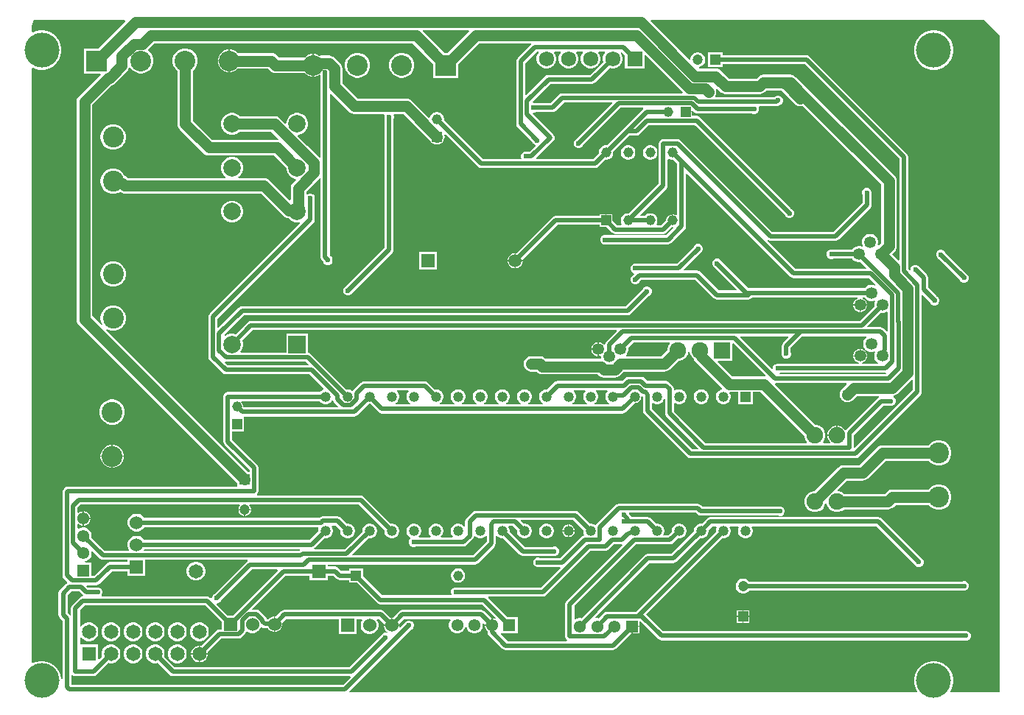
<source format=gbl>
G04*
G04 #@! TF.GenerationSoftware,Altium Limited,Altium Designer,22.2.1 (43)*
G04*
G04 Layer_Physical_Order=2*
G04 Layer_Color=16711680*
%FSLAX25Y25*%
%MOIN*%
G70*
G04*
G04 #@! TF.SameCoordinates,9B2A0443-DB6B-4A28-8C2A-7826D6EB9F8E*
G04*
G04*
G04 #@! TF.FilePolarity,Positive*
G04*
G01*
G75*
%ADD33C,0.07874*%
%ADD34R,0.07874X0.07874*%
%ADD61C,0.02000*%
%ADD62C,0.05000*%
%ADD63R,0.06496X0.06496*%
%ADD64C,0.06496*%
%ADD65C,0.05315*%
%ADD66R,0.05437X0.05437*%
%ADD67C,0.05437*%
%ADD68R,0.04724X0.04724*%
%ADD69C,0.04724*%
%ADD70C,0.09449*%
%ADD71C,0.04528*%
%ADD72R,0.04528X0.04528*%
%ADD73R,0.05906X0.05906*%
%ADD74C,0.05906*%
%ADD75C,0.09331*%
%ADD76R,0.09331X0.09331*%
%ADD77C,0.07559*%
%ADD78R,0.07559X0.07559*%
%ADD79R,0.04661X0.04661*%
%ADD80C,0.04661*%
%ADD81C,0.15748*%
%ADD82C,0.04559*%
%ADD83R,0.04559X0.04559*%
%ADD84R,0.04528X0.04528*%
%ADD85C,0.06024*%
%ADD86R,0.06024X0.06024*%
%ADD87R,0.04724X0.04724*%
%ADD88C,0.06791*%
%ADD89R,0.06791X0.06791*%
%ADD90R,0.05437X0.05437*%
%ADD91R,0.06024X0.06024*%
%ADD92C,0.07500*%
%ADD93C,0.02362*%
%ADD94C,0.05000*%
%ADD95C,0.03000*%
G36*
X400015Y422008D02*
X390173Y412165D01*
X388827D01*
X378985Y422008D01*
X379176Y422470D01*
X399824D01*
X400015Y422008D01*
D02*
G37*
G36*
X470604Y411012D02*
Y405104D01*
X479396D01*
Y410880D01*
X479858Y411072D01*
X496664Y394265D01*
X496473Y393803D01*
X442164D01*
X441383Y393648D01*
X440722Y393206D01*
X436855Y389339D01*
X429977D01*
X429634Y389481D01*
X428991D01*
X428784Y389981D01*
X436864Y398061D01*
X455600D01*
X456380Y398216D01*
X457042Y398658D01*
X463685Y405302D01*
X464421Y405104D01*
X465579D01*
X466697Y405404D01*
X467699Y405983D01*
X468517Y406801D01*
X469096Y407803D01*
X469396Y408921D01*
Y410079D01*
X469096Y411197D01*
X468700Y411883D01*
X468744Y412159D01*
X468934Y412440D01*
X469164Y412453D01*
X470604Y411012D01*
D02*
G37*
G36*
X461390Y412423D02*
X461460Y412161D01*
X460904Y411197D01*
X460604Y410079D01*
Y408921D01*
X460802Y408185D01*
X454755Y402139D01*
X436019D01*
X435238Y401984D01*
X434577Y401542D01*
X425920Y392885D01*
X425458Y393076D01*
Y407474D01*
X430645Y412661D01*
X431291D01*
X431390Y412423D01*
X431461Y412161D01*
X430904Y411197D01*
X430604Y410079D01*
Y408921D01*
X430904Y407803D01*
X431483Y406801D01*
X432301Y405983D01*
X433303Y405404D01*
X434421Y405104D01*
X435579D01*
X436697Y405404D01*
X437699Y405983D01*
X438517Y406801D01*
X439096Y407803D01*
X439396Y408921D01*
Y410079D01*
X439096Y411197D01*
X438540Y412161D01*
X438610Y412423D01*
X438709Y412661D01*
X441291D01*
X441390Y412423D01*
X441461Y412161D01*
X440904Y411197D01*
X440604Y410079D01*
Y408921D01*
X440904Y407803D01*
X441483Y406801D01*
X442301Y405983D01*
X443303Y405404D01*
X444421Y405104D01*
X445579D01*
X446697Y405404D01*
X447699Y405983D01*
X448517Y406801D01*
X449096Y407803D01*
X449396Y408921D01*
Y410079D01*
X449096Y411197D01*
X448539Y412161D01*
X448610Y412423D01*
X448709Y412661D01*
X451291D01*
X451390Y412423D01*
X451461Y412161D01*
X450904Y411197D01*
X450604Y410079D01*
Y408921D01*
X450904Y407803D01*
X451483Y406801D01*
X452301Y405983D01*
X453303Y405404D01*
X454421Y405104D01*
X455579D01*
X456697Y405404D01*
X457699Y405983D01*
X458517Y406801D01*
X459096Y407803D01*
X459396Y408921D01*
Y410079D01*
X459096Y411197D01*
X458539Y412161D01*
X458610Y412423D01*
X458709Y412661D01*
X461291D01*
X461390Y412423D01*
D02*
G37*
G36*
X244446Y426438D02*
X232173Y414165D01*
X225835D01*
Y402835D01*
X233189D01*
X233380Y402373D01*
X223504Y392496D01*
X222943Y391765D01*
X222590Y390914D01*
X222470Y390000D01*
Y291500D01*
X222590Y290586D01*
X222943Y289735D01*
X223504Y289004D01*
X295138Y217370D01*
Y215839D01*
X218600D01*
X218600Y215839D01*
X217820Y215684D01*
X217158Y215242D01*
X216658Y214742D01*
X216216Y214080D01*
X216061Y213300D01*
Y175600D01*
X216216Y174820D01*
X216658Y174158D01*
X218127Y172689D01*
X218063Y172046D01*
X217758Y171842D01*
X214858Y168942D01*
X214416Y168280D01*
X214261Y167500D01*
Y157716D01*
X214416Y156935D01*
X214858Y156274D01*
X216058Y155074D01*
Y128848D01*
X215567Y128827D01*
X215226Y130541D01*
X214557Y132156D01*
X213586Y133610D01*
X212350Y134846D01*
X210896Y135817D01*
X209281Y136486D01*
X207567Y136827D01*
X205819D01*
X204104Y136486D01*
X202700Y135904D01*
X202200Y136181D01*
Y405158D01*
X202700Y405435D01*
X204104Y404853D01*
X205819Y404512D01*
X207567D01*
X209281Y404853D01*
X210896Y405522D01*
X212350Y406493D01*
X213586Y407729D01*
X214557Y409182D01*
X215226Y410797D01*
X215567Y412512D01*
Y414260D01*
X215226Y415974D01*
X214557Y417589D01*
X213586Y419043D01*
X212350Y420279D01*
X210896Y421250D01*
X209281Y421919D01*
X207567Y422260D01*
X205819D01*
X204104Y421919D01*
X202700Y421337D01*
X202200Y421614D01*
Y424000D01*
X203000Y426900D01*
X244254D01*
X244446Y426438D01*
D02*
G37*
G36*
X428186Y415970D02*
X421977Y409761D01*
X421535Y409099D01*
X421380Y408319D01*
Y379881D01*
X421535Y379101D01*
X421977Y378439D01*
X428909Y371507D01*
X429051Y371164D01*
X429665Y370551D01*
X430002Y370411D01*
X430099Y369921D01*
X427418Y367239D01*
X426476D01*
X426134Y367381D01*
X425266D01*
X424465Y367049D01*
X423851Y366436D01*
X423519Y365634D01*
Y364766D01*
X423652Y364446D01*
X423374Y364030D01*
X406354D01*
X388764Y381620D01*
Y382430D01*
X388541Y383260D01*
X388112Y384004D01*
X387504Y384612D01*
X386760Y385041D01*
X385930Y385264D01*
X385070D01*
X384240Y385041D01*
X383496Y384612D01*
X382888Y384004D01*
X382459Y383260D01*
X382376Y382950D01*
X381818Y382801D01*
X374122Y390496D01*
X373391Y391057D01*
X372540Y391410D01*
X371626Y391530D01*
X349462D01*
X342658Y398335D01*
Y404974D01*
X342537Y405888D01*
X342185Y406739D01*
X341624Y407470D01*
X339175Y409920D01*
X338443Y410481D01*
X337592Y410833D01*
X336678Y410954D01*
X333215D01*
X332496Y410859D01*
X332281D01*
X331494Y411313D01*
X330180Y411665D01*
X329750D01*
Y406500D01*
Y401335D01*
X330180D01*
X331494Y401687D01*
X332407Y402214D01*
X332907Y401925D01*
Y364876D01*
X332538Y364750D01*
X332407Y364746D01*
X327633Y369520D01*
X326942Y370050D01*
X322462Y374530D01*
X322654Y374992D01*
X322914D01*
X324169Y375329D01*
X325295Y375979D01*
X326214Y376898D01*
X326864Y378024D01*
X327201Y379279D01*
Y380579D01*
X326864Y381835D01*
X326214Y382961D01*
X325295Y383880D01*
X324169Y384530D01*
X322914Y384866D01*
X321614D01*
X320358Y384530D01*
X319232Y383880D01*
X318313Y382961D01*
X317663Y381835D01*
X317327Y380579D01*
Y380319D01*
X316865Y380128D01*
X314567Y382425D01*
X313836Y382986D01*
X312984Y383339D01*
X312071Y383459D01*
X296188D01*
X295768Y383880D01*
X294642Y384530D01*
X293386Y384866D01*
X292086D01*
X290831Y384530D01*
X289705Y383880D01*
X288786Y382961D01*
X288136Y381835D01*
X287799Y380579D01*
Y379279D01*
X288136Y378024D01*
X288786Y376898D01*
X289705Y375979D01*
X290831Y375329D01*
X292086Y374992D01*
X293386D01*
X294642Y375329D01*
X295768Y375979D01*
X296188Y376399D01*
X310609D01*
X313867Y373140D01*
X313634Y372667D01*
X313150Y372730D01*
X283762D01*
X275030Y381462D01*
Y404018D01*
X276033Y405021D01*
X276779Y406313D01*
X277165Y407754D01*
Y409246D01*
X276779Y410687D01*
X276033Y411979D01*
X274979Y413033D01*
X273687Y413779D01*
X272246Y414165D01*
X270754D01*
X269313Y413779D01*
X268021Y413033D01*
X266967Y411979D01*
X266221Y410687D01*
X265835Y409246D01*
Y407754D01*
X266221Y406313D01*
X266967Y405021D01*
X267970Y404018D01*
Y380000D01*
X268090Y379086D01*
X268443Y378235D01*
X269004Y377504D01*
X279804Y366704D01*
X280535Y366143D01*
X281386Y365790D01*
X282300Y365670D01*
X311688D01*
X317327Y360031D01*
Y359437D01*
X317663Y358181D01*
X318313Y357055D01*
X319232Y356136D01*
X320358Y355486D01*
X321475Y355187D01*
X321689Y354694D01*
X320318Y353322D01*
X319757Y352591D01*
X319404Y351740D01*
X319284Y350826D01*
Y345601D01*
X318822Y345410D01*
X309735Y354496D01*
X309004Y355057D01*
X308153Y355410D01*
X307239Y355530D01*
X295684D01*
X295555Y356013D01*
X295768Y356136D01*
X296687Y357055D01*
X297337Y358181D01*
X297673Y359437D01*
Y360737D01*
X297337Y361992D01*
X296687Y363118D01*
X295768Y364037D01*
X294642Y364687D01*
X293386Y365024D01*
X292086D01*
X290831Y364687D01*
X289705Y364037D01*
X288786Y363118D01*
X288136Y361992D01*
X287799Y360737D01*
Y359437D01*
X288136Y358181D01*
X288786Y357055D01*
X289705Y356136D01*
X289918Y356013D01*
X289788Y355530D01*
X245608D01*
X245493Y355645D01*
X244762Y356206D01*
X244202Y356438D01*
X243581Y357515D01*
X242515Y358581D01*
X241210Y359334D01*
X239754Y359724D01*
X238246D01*
X236790Y359334D01*
X235485Y358581D01*
X234419Y357515D01*
X233666Y356209D01*
X233276Y354754D01*
Y353246D01*
X233666Y351790D01*
X234419Y350485D01*
X235485Y349419D01*
X236790Y348666D01*
X238246Y348276D01*
X239754D01*
X241210Y348666D01*
X242084Y349170D01*
X242381Y348943D01*
X243232Y348590D01*
X244146Y348470D01*
X305777D01*
X315949Y338298D01*
X316680Y337737D01*
X317531Y337384D01*
X318270Y337287D01*
X318313Y337213D01*
X319232Y336293D01*
X320358Y335643D01*
X321614Y335307D01*
X322914D01*
X323327Y335418D01*
X323586Y334969D01*
X282658Y294042D01*
X282216Y293380D01*
X282061Y292600D01*
Y274500D01*
X282216Y273720D01*
X282658Y273058D01*
X288558Y267158D01*
X289220Y266716D01*
X290000Y266561D01*
X327924D01*
X334227Y260259D01*
X334077Y259701D01*
X333714Y259604D01*
X332955Y259165D01*
X332335Y258545D01*
X332331Y258539D01*
X290900D01*
X290120Y258384D01*
X289458Y257942D01*
X289016Y257280D01*
X288861Y256500D01*
Y236100D01*
X289016Y235320D01*
X289458Y234658D01*
X300661Y223455D01*
Y222362D01*
X300130D01*
X235876Y286616D01*
X236183Y287016D01*
X236790Y286666D01*
X238246Y286276D01*
X239754D01*
X241210Y286666D01*
X242515Y287419D01*
X243581Y288485D01*
X244334Y289791D01*
X244724Y291246D01*
Y292754D01*
X244334Y294210D01*
X243581Y295515D01*
X242515Y296581D01*
X241210Y297334D01*
X239754Y297724D01*
X238246D01*
X236790Y297334D01*
X235485Y296581D01*
X234419Y295515D01*
X233666Y294210D01*
X233276Y292754D01*
Y291246D01*
X233666Y289791D01*
X234016Y289183D01*
X233616Y288876D01*
X229530Y292962D01*
Y388538D01*
X238485Y397492D01*
X239173Y397777D01*
X239904Y398338D01*
X245363Y403797D01*
X245924Y404528D01*
X246237Y405285D01*
X246738Y405417D01*
X246967Y405021D01*
X248021Y403967D01*
X249313Y403221D01*
X250754Y402835D01*
X252246D01*
X253687Y403221D01*
X254979Y403967D01*
X256033Y405021D01*
X256779Y406313D01*
X257165Y407754D01*
Y409246D01*
X256779Y410687D01*
X256033Y411979D01*
X254979Y413033D01*
X254709Y413189D01*
X254741Y413748D01*
X257462Y416470D01*
X374538D01*
X383835Y407173D01*
Y400835D01*
X395165D01*
Y407173D01*
X404462Y416470D01*
X427979D01*
X428186Y415970D01*
D02*
G37*
G36*
X513579Y394504D02*
X514310Y393943D01*
X515161Y393590D01*
X516075Y393470D01*
X531425D01*
X532339Y393590D01*
X533190Y393943D01*
X533921Y394504D01*
X534587Y395170D01*
X541038D01*
X547304Y388904D01*
X548035Y388343D01*
X548886Y387990D01*
X549800Y387870D01*
X550714Y387990D01*
X550999Y388108D01*
X586470Y352638D01*
Y326047D01*
X585395Y324973D01*
X584947Y325231D01*
X585157Y326019D01*
Y326981D01*
X584908Y327912D01*
X584427Y328746D01*
X583746Y329427D01*
X582912Y329908D01*
X581982Y330157D01*
X581018D01*
X580088Y329908D01*
X579254Y329427D01*
X578573Y328746D01*
X578092Y327912D01*
X577843Y326981D01*
Y326019D01*
X578092Y325088D01*
X578271Y324778D01*
X577923Y324419D01*
X577906Y324410D01*
X576981Y324658D01*
X576018D01*
X575088Y324408D01*
X574254Y323927D01*
X573573Y323246D01*
X573454Y323039D01*
X564777D01*
X564434Y323181D01*
X563566D01*
X562765Y322849D01*
X562151Y322235D01*
X561819Y321434D01*
Y320566D01*
X562151Y319764D01*
X562765Y319151D01*
X563566Y318819D01*
X564434D01*
X564777Y318961D01*
X573454D01*
X573573Y318754D01*
X574254Y318073D01*
X575088Y317592D01*
X576018Y317342D01*
X576981D01*
X577212Y317404D01*
X579915Y314701D01*
X579724Y314239D01*
X547645D01*
X534765Y327119D01*
X535083Y327507D01*
X535520Y327216D01*
X536300Y327061D01*
X565900D01*
X566680Y327216D01*
X567342Y327658D01*
X581642Y341958D01*
X582084Y342620D01*
X582239Y343400D01*
Y345400D01*
X582127Y345962D01*
Y348091D01*
X582200Y348266D01*
Y349134D01*
X581868Y349936D01*
X581254Y350549D01*
X580453Y350881D01*
X579585D01*
X578783Y350549D01*
X578170Y349936D01*
X577838Y349134D01*
Y348266D01*
X578049Y347756D01*
Y345512D01*
X578161Y344950D01*
Y344245D01*
X565055Y331139D01*
X537145D01*
X495762Y372521D01*
X495101Y372964D01*
X494320Y373119D01*
X487900D01*
X487120Y372964D01*
X486458Y372521D01*
X486016Y371860D01*
X485861Y371080D01*
Y352997D01*
X472396Y339531D01*
X471568D01*
X470734Y339308D01*
X469986Y338876D01*
X469376Y338266D01*
X468944Y337518D01*
X468720Y336684D01*
Y335820D01*
X468944Y334986D01*
X469144Y334639D01*
X468856Y334139D01*
X466997D01*
X464780Y336356D01*
Y339032D01*
X462250D01*
Y336252D01*
X461750D01*
Y339032D01*
X459221D01*
Y338291D01*
X439122D01*
X439122Y338291D01*
X438342Y338136D01*
X437680Y337694D01*
X421415Y321429D01*
X421325Y321453D01*
X421120D01*
Y318250D01*
X424323D01*
Y318455D01*
X424299Y318545D01*
X439967Y334213D01*
X459221D01*
Y333472D01*
X461896D01*
X464710Y330658D01*
X464710Y330658D01*
X465372Y330216D01*
X466152Y330061D01*
X487848D01*
X488628Y330216D01*
X489290Y330658D01*
X491943Y333311D01*
X492196Y333287D01*
X492383Y332767D01*
X489155Y329539D01*
X462281D01*
X461938Y329681D01*
X461070D01*
X460268Y329349D01*
X459655Y328735D01*
X459323Y327934D01*
Y327066D01*
X459655Y326265D01*
X460268Y325651D01*
X461070Y325319D01*
X461938D01*
X462281Y325461D01*
X490000D01*
X490780Y325616D01*
X491442Y326058D01*
X497542Y332158D01*
X497984Y332820D01*
X498139Y333600D01*
Y357324D01*
X498601Y357515D01*
X545358Y310758D01*
X546020Y310316D01*
X546800Y310161D01*
X580955D01*
X583929Y307187D01*
X583623Y306786D01*
X583412Y306908D01*
X582481Y307157D01*
X581519D01*
X580588Y306908D01*
X579754Y306427D01*
X579073Y305746D01*
X578954Y305539D01*
X526345D01*
X514191Y317693D01*
X514049Y318036D01*
X513436Y318649D01*
X512634Y318981D01*
X511766D01*
X510964Y318649D01*
X510351Y318036D01*
X510019Y317234D01*
Y316366D01*
X510351Y315564D01*
X510964Y314951D01*
X511307Y314809D01*
X521115Y305001D01*
X520924Y304539D01*
X513045D01*
X504642Y312942D01*
X503980Y313384D01*
X503200Y313539D01*
X497376D01*
X497185Y314001D01*
X504593Y321409D01*
X504936Y321551D01*
X505549Y322165D01*
X505881Y322966D01*
Y323834D01*
X505549Y324636D01*
X504936Y325249D01*
X504134Y325581D01*
X503266D01*
X502464Y325249D01*
X501851Y324636D01*
X501709Y324293D01*
X494055Y316639D01*
X475977D01*
X475634Y316781D01*
X474766D01*
X473965Y316449D01*
X473351Y315835D01*
X473019Y315034D01*
Y314166D01*
X473351Y313365D01*
X473965Y312751D01*
X474598Y312489D01*
X474773Y311957D01*
X474307Y311491D01*
X473965Y311349D01*
X473351Y310736D01*
X473019Y309934D01*
Y309066D01*
X473351Y308264D01*
X473965Y307651D01*
X474766Y307319D01*
X475634D01*
X476436Y307651D01*
X477049Y308264D01*
X477191Y308607D01*
X478045Y309461D01*
X502355D01*
X510758Y301058D01*
X511420Y300616D01*
X512200Y300461D01*
X526500D01*
X527280Y300616D01*
X527942Y301058D01*
X528211Y301461D01*
X575784D01*
X575850Y300961D01*
X575781Y300942D01*
X575061Y300527D01*
X574473Y299939D01*
X574058Y299219D01*
X573842Y298416D01*
Y298250D01*
X577000D01*
X580158D01*
Y298416D01*
X579942Y299219D01*
X579527Y299939D01*
X578939Y300527D01*
X578219Y300942D01*
X578150Y300961D01*
X578216Y301461D01*
X578954D01*
X579073Y301254D01*
X579754Y300573D01*
X580588Y300092D01*
X581519Y299843D01*
X582481D01*
X583406Y300090D01*
X583423Y300080D01*
X583771Y299722D01*
X583592Y299412D01*
X583343Y298481D01*
Y297518D01*
X583404Y297288D01*
X576835Y290719D01*
X301250D01*
X300470Y290564D01*
X299809Y290122D01*
X294493Y284806D01*
X293386Y285102D01*
X292086D01*
X290831Y284766D01*
X289778Y284159D01*
X289488Y284223D01*
X289231Y284349D01*
X289215Y284431D01*
X298145Y293361D01*
X471800D01*
X472580Y293516D01*
X473242Y293958D01*
X481393Y302109D01*
X481736Y302251D01*
X482349Y302865D01*
X482681Y303666D01*
Y304534D01*
X482349Y305335D01*
X481736Y305949D01*
X480934Y306281D01*
X480066D01*
X479264Y305949D01*
X478651Y305335D01*
X478509Y304993D01*
X470955Y297439D01*
X297300D01*
X296520Y297284D01*
X295858Y296842D01*
X286601Y287585D01*
X286139Y287776D01*
Y291755D01*
X329542Y335158D01*
X329984Y335820D01*
X330139Y336600D01*
X330139Y336600D01*
Y345524D01*
X330281Y345866D01*
Y346734D01*
X329949Y347535D01*
X329335Y348149D01*
X328534Y348481D01*
X327666D01*
X326865Y348149D01*
X326806Y348090D01*
X326344Y348282D01*
Y349364D01*
X332407Y355427D01*
X332538Y355423D01*
X332907Y355298D01*
Y319551D01*
X333063Y318771D01*
X333505Y318110D01*
X334040Y317574D01*
X334251Y317064D01*
X334864Y316451D01*
X335666Y316119D01*
X336534D01*
X337335Y316451D01*
X337949Y317064D01*
X338281Y317866D01*
Y318734D01*
X337949Y319535D01*
X337335Y320149D01*
X337160Y320222D01*
X336986Y320396D01*
Y393369D01*
X337448Y393560D01*
X345504Y385504D01*
X346235Y384943D01*
X347086Y384590D01*
X348000Y384470D01*
X361565D01*
X361899Y383970D01*
X361719Y383534D01*
Y382666D01*
X361861Y382324D01*
Y323945D01*
X344307Y306391D01*
X343965Y306249D01*
X343351Y305635D01*
X343019Y304834D01*
Y303966D01*
X343351Y303165D01*
X343965Y302551D01*
X344766Y302219D01*
X345634D01*
X346435Y302551D01*
X347049Y303165D01*
X347191Y303507D01*
X365342Y321658D01*
X365784Y322320D01*
X365939Y323100D01*
Y382324D01*
X366081Y382666D01*
Y383534D01*
X365900Y383970D01*
X366235Y384470D01*
X370164D01*
X382736Y371897D01*
Y371362D01*
X383352D01*
X383735Y371069D01*
X384586Y370716D01*
X385500Y370596D01*
X386414Y370716D01*
X387265Y371069D01*
X387648Y371362D01*
X388264D01*
Y371978D01*
X388557Y372361D01*
X388910Y373212D01*
X389030Y374126D01*
X388916Y374993D01*
X388954Y375033D01*
X389487Y375129D01*
X404067Y360549D01*
X404729Y360107D01*
X405509Y359952D01*
X456991D01*
X457771Y360107D01*
X458433Y360549D01*
X461604Y363720D01*
X462432D01*
X463266Y363944D01*
X464014Y364376D01*
X464624Y364986D01*
X465056Y365734D01*
X465279Y366568D01*
Y367396D01*
X472524Y374640D01*
X475680D01*
X476460Y374796D01*
X477121Y375238D01*
X481281Y379397D01*
X501009D01*
X501330Y379461D01*
X502136D01*
X543009Y338588D01*
X543151Y338246D01*
X543764Y337632D01*
X544566Y337300D01*
X545434D01*
X546236Y337632D01*
X546849Y338246D01*
X547181Y339047D01*
Y339915D01*
X546849Y340717D01*
X546236Y341330D01*
X545893Y341472D01*
X504423Y382942D01*
X503761Y383384D01*
X502981Y383539D01*
X501073D01*
X500764Y383793D01*
Y385250D01*
X498000D01*
Y385750D01*
X500764D01*
Y385848D01*
X501226Y386039D01*
X502107Y385158D01*
X502769Y384716D01*
X503549Y384561D01*
X528224D01*
X528566Y384419D01*
X529434D01*
X530235Y384751D01*
X530849Y385365D01*
X531181Y386166D01*
Y387034D01*
X531004Y387461D01*
X531338Y387961D01*
X539102D01*
X539882Y388116D01*
X540502Y388530D01*
X541036Y388751D01*
X541649Y389365D01*
X541981Y390166D01*
Y391034D01*
X541649Y391835D01*
X541036Y392449D01*
X540234Y392781D01*
X539366D01*
X538564Y392449D01*
X538155Y392039D01*
X511565D01*
X511344Y392488D01*
X511457Y392635D01*
X511810Y393486D01*
X511930Y394400D01*
X511810Y395314D01*
X511632Y395744D01*
X512056Y396027D01*
X513579Y394504D01*
D02*
G37*
G36*
X464879Y389263D02*
X448707Y373091D01*
X448364Y372949D01*
X447751Y372336D01*
X447419Y371534D01*
Y370666D01*
X447751Y369865D01*
X448364Y369251D01*
X449166Y368919D01*
X450034D01*
X450836Y369251D01*
X451449Y369865D01*
X451591Y370207D01*
X468608Y387225D01*
X478634D01*
X478841Y386725D01*
X470238Y378121D01*
X462396Y370280D01*
X461568D01*
X460734Y370056D01*
X459986Y369624D01*
X459376Y369014D01*
X458944Y368266D01*
X458720Y367432D01*
Y366604D01*
X456146Y364030D01*
X430629D01*
X430438Y364492D01*
X438242Y372296D01*
X438684Y372957D01*
X438839Y373738D01*
X438684Y374518D01*
X438242Y375180D01*
X428802Y384619D01*
X429010Y385119D01*
X429634D01*
X429977Y385261D01*
X437700D01*
X438480Y385416D01*
X439142Y385858D01*
X443008Y389725D01*
X464687D01*
X464879Y389263D01*
D02*
G37*
G36*
X490734Y363944D02*
X491568Y363720D01*
X492396D01*
X494061Y362055D01*
Y338773D01*
X493561Y338560D01*
X493073Y338842D01*
X492366Y339032D01*
X492250D01*
Y336252D01*
X491750D01*
Y339032D01*
X491634D01*
X490927Y338842D01*
X490293Y338476D01*
X489776Y337959D01*
X489410Y337325D01*
X489221Y336618D01*
Y336356D01*
X487003Y334139D01*
X485144D01*
X484856Y334639D01*
X485056Y334986D01*
X485280Y335820D01*
Y336684D01*
X485056Y337518D01*
X484624Y338266D01*
X484014Y338876D01*
X483266Y339308D01*
X482432Y339531D01*
X481568D01*
X480734Y339308D01*
X479986Y338876D01*
X479401Y338291D01*
X477576D01*
X477385Y338753D01*
X489342Y350710D01*
X489342Y350710D01*
X489784Y351372D01*
X489939Y352152D01*
X489939Y352152D01*
Y363826D01*
X490439Y364114D01*
X490734Y363944D01*
D02*
G37*
G36*
X640200Y419700D02*
Y122700D01*
X617930D01*
X617694Y123141D01*
X618100Y123749D01*
X618769Y125364D01*
X619110Y127079D01*
Y128827D01*
X618769Y130541D01*
X618100Y132156D01*
X617129Y133610D01*
X615893Y134846D01*
X614440Y135817D01*
X612825Y136486D01*
X611110Y136827D01*
X609362D01*
X607648Y136486D01*
X606033Y135817D01*
X604579Y134846D01*
X603343Y133610D01*
X602372Y132156D01*
X601703Y130541D01*
X601362Y128827D01*
Y127079D01*
X601703Y125364D01*
X602372Y123749D01*
X602779Y123141D01*
X602543Y122700D01*
X346037D01*
X345846Y123162D01*
X373693Y151009D01*
X374036Y151151D01*
X374649Y151765D01*
X374981Y152566D01*
Y153434D01*
X374649Y154235D01*
X374036Y154849D01*
X373234Y155181D01*
X372366D01*
X371565Y154849D01*
X370951Y154235D01*
X370809Y153893D01*
X368874Y151958D01*
X368426Y152217D01*
X368512Y152538D01*
Y152750D01*
X361488D01*
Y152538D01*
X361727Y151645D01*
X362190Y150844D01*
X362844Y150190D01*
X363178Y149997D01*
X362956Y149548D01*
X362634Y149681D01*
X361766D01*
X360964Y149349D01*
X360351Y148735D01*
X360209Y148393D01*
X345855Y134039D01*
X266845D01*
X262078Y138806D01*
X262248Y139441D01*
Y140559D01*
X261959Y141640D01*
X261399Y142608D01*
X260608Y143399D01*
X259640Y143958D01*
X258559Y144248D01*
X257441D01*
X256360Y143958D01*
X255392Y143399D01*
X254601Y142608D01*
X254042Y141640D01*
X253752Y140559D01*
Y139441D01*
X254042Y138360D01*
X254601Y137392D01*
X255392Y136601D01*
X256360Y136041D01*
X257441Y135752D01*
X258559D01*
X259194Y135922D01*
X264558Y130558D01*
X265220Y130116D01*
X266000Y129961D01*
X346170D01*
X346377Y129461D01*
X342955Y126039D01*
X220136D01*
Y130279D01*
X220352Y130422D01*
X220636Y130506D01*
X221220Y130116D01*
X222000Y129961D01*
X230000D01*
X230780Y130116D01*
X231442Y130558D01*
X236806Y135922D01*
X237441Y135752D01*
X238559D01*
X239640Y136041D01*
X240608Y136601D01*
X241399Y137392D01*
X241958Y138360D01*
X242248Y139441D01*
Y140559D01*
X241958Y141640D01*
X241399Y142608D01*
X240608Y143399D01*
X239640Y143958D01*
X238559Y144248D01*
X237441D01*
X236360Y143958D01*
X235392Y143399D01*
X234601Y142608D01*
X234042Y141640D01*
X233752Y140559D01*
Y139441D01*
X233922Y138806D01*
X232710Y137594D01*
X232248Y137785D01*
Y144248D01*
X223975D01*
Y147475D01*
X224475Y147609D01*
X224601Y147392D01*
X225392Y146601D01*
X226360Y146042D01*
X227441Y145752D01*
X228559D01*
X229640Y146042D01*
X230608Y146601D01*
X231399Y147392D01*
X231959Y148360D01*
X232248Y149441D01*
Y150559D01*
X231959Y151640D01*
X231399Y152608D01*
X230608Y153399D01*
X229640Y153958D01*
X228559Y154248D01*
X227441D01*
X226360Y153958D01*
X225392Y153399D01*
X224601Y152608D01*
X224475Y152391D01*
X223975Y152525D01*
Y159839D01*
X226098Y161961D01*
X280655D01*
X287988Y154628D01*
Y151027D01*
X286988D01*
X286208Y150872D01*
X285546Y150430D01*
X278786Y143670D01*
X278493Y143748D01*
X278250D01*
Y140250D01*
X281748D01*
Y140493D01*
X281670Y140786D01*
X287833Y146949D01*
X295633D01*
X296413Y147104D01*
X297075Y147546D01*
X298930Y149401D01*
X299265Y149902D01*
X299378Y150063D01*
X299887Y150088D01*
X300451Y149762D01*
X301472Y149488D01*
X302528D01*
X303549Y149762D01*
X304463Y150290D01*
X305210Y151037D01*
X305738Y151952D01*
X305779Y152104D01*
X306320Y152191D01*
X306903Y151801D01*
X307683Y151646D01*
X309015D01*
X309190Y151344D01*
X309844Y150690D01*
X310645Y150227D01*
X311538Y149988D01*
X311750D01*
Y153500D01*
Y157012D01*
X311538D01*
X310645Y156772D01*
X309844Y156310D01*
X309258Y155725D01*
X308528D01*
X308468Y155784D01*
X308396Y156149D01*
X307954Y156811D01*
X305311Y159454D01*
X304649Y159896D01*
X303869Y160051D01*
X302088D01*
X301897Y160513D01*
X316845Y175461D01*
X327752D01*
Y173252D01*
X336248D01*
Y175461D01*
X338555D01*
X339958Y174058D01*
X340620Y173616D01*
X341400Y173461D01*
X345673D01*
Y172236D01*
X349317D01*
X358495Y163058D01*
X359157Y162616D01*
X359937Y162461D01*
X405903D01*
X412022Y156342D01*
X411715Y155942D01*
X411616Y155999D01*
X410798Y156219D01*
X410624D01*
Y153000D01*
X410374D01*
Y152750D01*
X407156D01*
Y152576D01*
X407375Y151758D01*
X407799Y151024D01*
X408335Y150487D01*
Y149926D01*
X408490Y149146D01*
X408932Y148484D01*
X415058Y142358D01*
X415720Y141916D01*
X416500Y141761D01*
X465048D01*
X465828Y141916D01*
X466490Y142358D01*
X473413Y149282D01*
X473498D01*
Y152500D01*
X473748D01*
Y152750D01*
X476966D01*
Y154792D01*
X477466Y154950D01*
X485658Y146758D01*
X486320Y146316D01*
X487100Y146161D01*
X624023D01*
X624366Y146019D01*
X625234D01*
X626035Y146351D01*
X626649Y146965D01*
X626981Y147766D01*
Y148634D01*
X626649Y149435D01*
X626035Y150049D01*
X625234Y150381D01*
X624366D01*
X624023Y150239D01*
X487945D01*
X480158Y158026D01*
X514555Y192423D01*
X514562Y192421D01*
X515439D01*
X516286Y192648D01*
X517045Y193087D01*
X517665Y193707D01*
X518104Y194466D01*
X518331Y195314D01*
Y196191D01*
X518104Y197038D01*
X517917Y197361D01*
X518206Y197861D01*
X521794D01*
X522083Y197361D01*
X521896Y197038D01*
X521669Y196191D01*
Y195314D01*
X521896Y194466D01*
X522335Y193707D01*
X522955Y193087D01*
X523714Y192648D01*
X524562Y192421D01*
X525438D01*
X526286Y192648D01*
X527045Y193087D01*
X527665Y193707D01*
X528104Y194466D01*
X528331Y195314D01*
Y196191D01*
X528104Y197038D01*
X527917Y197361D01*
X528206Y197861D01*
X584355D01*
X601509Y180707D01*
X601651Y180365D01*
X602264Y179751D01*
X603066Y179419D01*
X603934D01*
X604736Y179751D01*
X605349Y180365D01*
X605681Y181166D01*
Y182034D01*
X605349Y182835D01*
X604736Y183449D01*
X604393Y183591D01*
X586642Y201342D01*
X585980Y201784D01*
X585200Y201939D01*
X509148D01*
X508368Y201784D01*
X507706Y201342D01*
X505445Y199081D01*
X505439Y199083D01*
X504562D01*
X503714Y198856D01*
X502955Y198417D01*
X502335Y197797D01*
X501896Y197038D01*
X501669Y196191D01*
Y195314D01*
X501671Y195307D01*
X491603Y185239D01*
X480826D01*
X480826Y185239D01*
X480046Y185084D01*
X479384Y184642D01*
X450888Y156146D01*
X450616Y156219D01*
X449636D01*
X448691Y155965D01*
X448139Y155647D01*
X447639Y155935D01*
Y161646D01*
X475554Y189561D01*
X490848D01*
X491628Y189716D01*
X492290Y190158D01*
X494555Y192423D01*
X494561Y192421D01*
X495438D01*
X496286Y192648D01*
X497045Y193087D01*
X497665Y193707D01*
X498104Y194466D01*
X498331Y195314D01*
Y196191D01*
X498104Y197038D01*
X497665Y197797D01*
X497045Y198417D01*
X496286Y198856D01*
X495438Y199083D01*
X494561D01*
X493714Y198856D01*
X492955Y198417D01*
X492335Y197797D01*
X491896Y197038D01*
X491669Y196191D01*
Y195314D01*
X491671Y195307D01*
X490003Y193639D01*
X488203D01*
X487915Y194139D01*
X488104Y194466D01*
X488331Y195314D01*
Y196191D01*
X488104Y197038D01*
X487665Y197797D01*
X487045Y198417D01*
X486286Y198856D01*
X485438Y199083D01*
X484561D01*
X484555Y199081D01*
X482311Y201325D01*
X481650Y201767D01*
X480869Y201922D01*
X473663D01*
X473259Y202527D01*
X472344Y203442D01*
X472551Y203942D01*
X502656D01*
X503359Y203239D01*
X504021Y202797D01*
X504801Y202642D01*
X504801Y202642D01*
X539942D01*
X540285Y202500D01*
X541153D01*
X541954Y202832D01*
X542568Y203446D01*
X542900Y204247D01*
Y205115D01*
X542568Y205917D01*
X541954Y206530D01*
X541153Y206862D01*
X540285D01*
X539942Y206720D01*
X505646D01*
X504943Y207423D01*
X504281Y207865D01*
X503501Y208020D01*
X467681D01*
X466901Y207865D01*
X466239Y207423D01*
X457689Y198873D01*
X457408Y198453D01*
X457045Y198417D01*
X456286Y198856D01*
X455439Y199083D01*
X454562D01*
X454555Y199081D01*
X449394Y204242D01*
X448732Y204684D01*
X447952Y204839D01*
X403100D01*
X402320Y204684D01*
X401658Y204242D01*
X398858Y201442D01*
X398416Y200780D01*
X398261Y200000D01*
Y197766D01*
X397761Y197632D01*
X397665Y197797D01*
X397045Y198417D01*
X396286Y198856D01*
X395439Y199083D01*
X394562D01*
X393714Y198856D01*
X392955Y198417D01*
X392335Y197797D01*
X391896Y197038D01*
X391669Y196191D01*
Y195314D01*
X391896Y194466D01*
X392335Y193707D01*
X392803Y193239D01*
X392595Y192739D01*
X387405D01*
X387197Y193239D01*
X387665Y193707D01*
X388104Y194466D01*
X388331Y195314D01*
Y196191D01*
X388104Y197038D01*
X387665Y197797D01*
X387045Y198417D01*
X386286Y198856D01*
X385438Y199083D01*
X384561D01*
X383714Y198856D01*
X382955Y198417D01*
X382335Y197797D01*
X381896Y197038D01*
X381669Y196191D01*
Y195314D01*
X381896Y194466D01*
X382335Y193707D01*
X382803Y193239D01*
X382595Y192739D01*
X377405D01*
X377198Y193239D01*
X377665Y193707D01*
X378104Y194466D01*
X378331Y195314D01*
Y196191D01*
X378104Y197038D01*
X377665Y197797D01*
X377045Y198417D01*
X376286Y198856D01*
X375438Y199083D01*
X374562D01*
X373714Y198856D01*
X372955Y198417D01*
X372335Y197797D01*
X371896Y197038D01*
X371669Y196191D01*
Y195314D01*
X371896Y194466D01*
X372335Y193707D01*
X372955Y193087D01*
X373424Y192816D01*
X373523Y192208D01*
X373251Y191936D01*
X372919Y191134D01*
Y190266D01*
X373251Y189464D01*
X373865Y188851D01*
X374666Y188519D01*
X375534D01*
X375876Y188661D01*
X397500D01*
X398280Y188816D01*
X398942Y189258D01*
X401742Y192058D01*
X402184Y192720D01*
X402255Y193079D01*
X402798Y193244D01*
X402955Y193087D01*
X403714Y192648D01*
X404562Y192421D01*
X405439D01*
X406286Y192648D01*
X407045Y193087D01*
X407461Y193502D01*
X407961Y193295D01*
Y190744D01*
X401804Y184587D01*
X347373D01*
X347181Y185049D01*
X354555Y192423D01*
X354561Y192421D01*
X355438D01*
X356286Y192648D01*
X357045Y193087D01*
X357665Y193707D01*
X358104Y194466D01*
X358331Y195314D01*
Y196191D01*
X358104Y197038D01*
X357665Y197797D01*
X357045Y198417D01*
X356286Y198856D01*
X355438Y199083D01*
X354561D01*
X353714Y198856D01*
X352955Y198417D01*
X352335Y197797D01*
X351896Y197038D01*
X351669Y196191D01*
Y195314D01*
X351671Y195307D01*
X343752Y187387D01*
X330086D01*
X329935Y187887D01*
X330190Y188058D01*
X334555Y192423D01*
X334561Y192421D01*
X335438D01*
X336286Y192648D01*
X337045Y193087D01*
X337665Y193707D01*
X338104Y194466D01*
X338331Y195314D01*
Y196191D01*
X338104Y197038D01*
X337744Y197661D01*
X337950Y198161D01*
X339707D01*
X341671Y196197D01*
X341669Y196191D01*
Y195314D01*
X341896Y194466D01*
X342335Y193707D01*
X342955Y193087D01*
X343714Y192648D01*
X344562Y192421D01*
X345439D01*
X346286Y192648D01*
X347045Y193087D01*
X347665Y193707D01*
X348104Y194466D01*
X348331Y195314D01*
Y196191D01*
X348104Y197038D01*
X347665Y197797D01*
X347045Y198417D01*
X346286Y198856D01*
X345439Y199083D01*
X344562D01*
X344555Y199081D01*
X341994Y201642D01*
X341332Y202084D01*
X340552Y202239D01*
X333900D01*
X333120Y202084D01*
X332458Y201642D01*
X332355Y201539D01*
X252955D01*
X252710Y201963D01*
X251963Y202710D01*
X251048Y203238D01*
X250028Y203512D01*
X248972D01*
X247952Y203238D01*
X247037Y202710D01*
X246290Y201963D01*
X245762Y201048D01*
X245488Y200028D01*
Y198972D01*
X245762Y197951D01*
X246290Y197037D01*
X247037Y196290D01*
X247952Y195762D01*
X248972Y195488D01*
X250028D01*
X251048Y195762D01*
X251963Y196290D01*
X252710Y197037D01*
X252955Y197461D01*
X331639D01*
X331876Y196961D01*
X331669Y196191D01*
Y195314D01*
X331671Y195307D01*
X327903Y191539D01*
X252955D01*
X252710Y191963D01*
X251963Y192710D01*
X251048Y193238D01*
X250028Y193512D01*
X248972D01*
X247952Y193238D01*
X247037Y192710D01*
X246290Y191963D01*
X245762Y191049D01*
X245488Y190028D01*
Y188972D01*
X245762Y187952D01*
X246231Y187139D01*
X246049Y186639D01*
X235245D01*
X229146Y192738D01*
X229219Y193010D01*
Y193990D01*
X228965Y194935D01*
X228475Y195783D01*
X227783Y196476D01*
X226935Y196965D01*
X225990Y197219D01*
X225010D01*
X224065Y196965D01*
X223439Y196604D01*
X222939Y196873D01*
Y198730D01*
X223401Y198921D01*
X223524Y198799D01*
X224258Y198375D01*
X225076Y198155D01*
X225250D01*
Y201374D01*
Y204592D01*
X225076D01*
X224258Y204373D01*
X223524Y203949D01*
X223401Y203827D01*
X222939Y204018D01*
Y206255D01*
X224345Y207661D01*
X296186D01*
X296393Y207161D01*
X296210Y206978D01*
X295833Y206325D01*
X295638Y205597D01*
Y205470D01*
X298500D01*
X301362D01*
Y205597D01*
X301167Y206325D01*
X300790Y206978D01*
X300607Y207161D01*
X300814Y207661D01*
X350207D01*
X361671Y196197D01*
X361669Y196191D01*
Y195314D01*
X361896Y194466D01*
X362335Y193707D01*
X362955Y193087D01*
X363714Y192648D01*
X364562Y192421D01*
X365439D01*
X366286Y192648D01*
X367045Y193087D01*
X367665Y193707D01*
X368104Y194466D01*
X368331Y195314D01*
Y196191D01*
X368104Y197038D01*
X367665Y197797D01*
X367045Y198417D01*
X366286Y198856D01*
X365439Y199083D01*
X364562D01*
X364555Y199081D01*
X352494Y211142D01*
X351832Y211584D01*
X351052Y211739D01*
X304116D01*
X303964Y212239D01*
X304142Y212358D01*
X304584Y213020D01*
X304739Y213800D01*
Y224300D01*
X304584Y225080D01*
X304142Y225742D01*
X292939Y236945D01*
Y240862D01*
X298264D01*
Y247390D01*
X298706Y247530D01*
X348069D01*
X348850Y247685D01*
X349511Y248127D01*
X355000Y253616D01*
X359158Y249458D01*
X359820Y249016D01*
X360600Y248861D01*
X360600Y248861D01*
X469400D01*
X470180Y249016D01*
X470842Y249458D01*
X475053Y253669D01*
X475373D01*
X476093Y253862D01*
X476738Y254235D01*
X477265Y254762D01*
X477638Y255407D01*
X477831Y256127D01*
Y256260D01*
X478225Y256568D01*
X478699Y256432D01*
X478761Y256185D01*
Y250000D01*
X478916Y249220D01*
X479358Y248558D01*
X498708Y229208D01*
X499370Y228766D01*
X500150Y228611D01*
X574850D01*
X575630Y228766D01*
X576292Y229208D01*
X604342Y257258D01*
X604784Y257920D01*
X604939Y258700D01*
Y302224D01*
X605401Y302415D01*
X608709Y299107D01*
X608851Y298764D01*
X609465Y298151D01*
X610266Y297819D01*
X611134D01*
X611936Y298151D01*
X612549Y298764D01*
X612881Y299566D01*
Y300434D01*
X612549Y301236D01*
X611936Y301849D01*
X611593Y301991D01*
X607697Y305887D01*
Y310343D01*
X607541Y311123D01*
X607099Y311784D01*
X603991Y314893D01*
X603849Y315235D01*
X603235Y315849D01*
X602434Y316181D01*
X601566D01*
X600765Y315849D01*
X600151Y315235D01*
X599819Y314434D01*
Y313772D01*
X599320Y313564D01*
X598758Y314126D01*
Y365081D01*
X598603Y365862D01*
X598161Y366523D01*
X554242Y410442D01*
X553580Y410884D01*
X552800Y411039D01*
X514736D01*
Y412362D01*
X508012D01*
Y405638D01*
X514736D01*
Y406961D01*
X551955D01*
X594680Y364236D01*
Y318381D01*
X594218Y318190D01*
X591407Y321000D01*
X592496Y322089D01*
X593057Y322820D01*
X593410Y323672D01*
X593530Y324585D01*
Y354100D01*
X593530Y354100D01*
X593410Y355014D01*
X593057Y355865D01*
X592496Y356596D01*
X553746Y395346D01*
X547896Y401196D01*
X547165Y401757D01*
X546314Y402110D01*
X545400Y402230D01*
X533125D01*
X532211Y402110D01*
X531360Y401757D01*
X530629Y401196D01*
X529963Y400530D01*
X517537D01*
X514071Y403996D01*
X513340Y404557D01*
X512489Y404910D01*
X511575Y405030D01*
X504051D01*
X503971Y405150D01*
X503969Y405194D01*
X504201Y405707D01*
X504798Y405867D01*
X505564Y406310D01*
X506190Y406936D01*
X506633Y407702D01*
X506862Y408557D01*
Y409443D01*
X506633Y410298D01*
X506190Y411064D01*
X505564Y411690D01*
X504798Y412133D01*
X503943Y412362D01*
X503057D01*
X502202Y412133D01*
X501436Y411690D01*
X500810Y411064D01*
X500367Y410298D01*
X500138Y409443D01*
Y409262D01*
X499638Y409055D01*
X482254Y426438D01*
X482446Y426900D01*
X633000D01*
X640200Y419700D01*
D02*
G37*
G36*
X589418Y294596D02*
Y289102D01*
X589461Y288888D01*
Y286130D01*
X588961Y285923D01*
X587562Y287321D01*
X586901Y287764D01*
X586120Y287919D01*
X580456D01*
X580265Y288381D01*
X586288Y294404D01*
X586518Y294342D01*
X587481D01*
X588412Y294592D01*
X588918Y294884D01*
X589418Y294596D01*
D02*
G37*
G36*
X466887Y286178D02*
X462058Y281349D01*
X461616Y280688D01*
X461502Y280115D01*
X461230Y280014D01*
X460973Y279993D01*
X460439Y280527D01*
X459719Y280942D01*
X458916Y281157D01*
X458750D01*
Y278000D01*
Y274843D01*
X458916D01*
X459342Y274957D01*
X459842Y274573D01*
Y274172D01*
X459882Y274025D01*
X459470Y273630D01*
X434698D01*
X434547Y273827D01*
X433815Y274388D01*
X432964Y274741D01*
X432050Y274861D01*
X428169D01*
X427256Y274741D01*
X426404Y274388D01*
X425673Y273827D01*
X425112Y273096D01*
X424759Y272244D01*
X424639Y271331D01*
X424759Y270417D01*
X425112Y269566D01*
X425673Y268834D01*
X426404Y268273D01*
X427256Y267921D01*
X428169Y267800D01*
X430634D01*
X430785Y267604D01*
X431516Y267043D01*
X432367Y266690D01*
X433281Y266570D01*
X458166D01*
X458536Y266200D01*
X459267Y265639D01*
X460119Y265286D01*
X461032Y265166D01*
X461032Y265166D01*
X465968D01*
X466881Y265286D01*
X467733Y265639D01*
X468464Y266200D01*
X470064Y267800D01*
X488331D01*
X489244Y267921D01*
X490096Y268273D01*
X490827Y268834D01*
X494713Y272721D01*
X495129D01*
X496345Y273046D01*
X497435Y273675D01*
X498325Y274565D01*
X498954Y275655D01*
X499241Y276728D01*
X499759D01*
X500046Y275655D01*
X500675Y274565D01*
X501565Y273675D01*
X501691Y273603D01*
X501932Y273019D01*
X502493Y272288D01*
X514473Y260308D01*
X514311Y259764D01*
X513714Y259604D01*
X512955Y259165D01*
X512335Y258545D01*
X511896Y257786D01*
X511669Y256939D01*
Y256062D01*
X511896Y255214D01*
X512335Y254455D01*
X512955Y253835D01*
X513714Y253396D01*
X514562Y253169D01*
X515439D01*
X516286Y253396D01*
X517045Y253835D01*
X517665Y254455D01*
X518104Y255214D01*
X518331Y256062D01*
Y256939D01*
X518104Y257786D01*
X517922Y258101D01*
X518211Y258600D01*
X521669D01*
Y253169D01*
X528331D01*
Y258600D01*
X531907D01*
X551750Y238757D01*
Y238375D01*
X552074Y237167D01*
X552699Y236083D01*
X552831Y235951D01*
X552640Y235489D01*
X507095D01*
X492739Y249845D01*
Y253382D01*
X493239Y253671D01*
X493714Y253396D01*
X494561Y253169D01*
X495438D01*
X496286Y253396D01*
X497045Y253835D01*
X497665Y254455D01*
X498104Y255214D01*
X498331Y256062D01*
Y256939D01*
X498104Y257786D01*
X497665Y258545D01*
X497045Y259165D01*
X496286Y259604D01*
X495438Y259831D01*
X494561D01*
X493714Y259604D01*
X493239Y259329D01*
X492739Y259618D01*
Y259900D01*
X492584Y260680D01*
X492142Y261342D01*
X490542Y262942D01*
X489880Y263384D01*
X489100Y263539D01*
X480646D01*
X479313Y264873D01*
X478651Y265315D01*
X477871Y265470D01*
X472129D01*
X472129Y265470D01*
X471349Y265315D01*
X470687Y264873D01*
X469354Y263539D01*
X440000D01*
X439220Y263384D01*
X438558Y262942D01*
X435445Y259829D01*
X435438Y259831D01*
X434561D01*
X433714Y259604D01*
X432955Y259165D01*
X432335Y258545D01*
X431896Y257786D01*
X431669Y256939D01*
Y256062D01*
X431896Y255214D01*
X432335Y254455D01*
X432955Y253835D01*
X433222Y253681D01*
X433335Y253038D01*
X433252Y252939D01*
X426748D01*
X426665Y253038D01*
X426778Y253681D01*
X427045Y253835D01*
X427665Y254455D01*
X428104Y255214D01*
X428331Y256062D01*
Y256939D01*
X428104Y257786D01*
X427665Y258545D01*
X427045Y259165D01*
X426286Y259604D01*
X425438Y259831D01*
X424562D01*
X423714Y259604D01*
X422955Y259165D01*
X422335Y258545D01*
X421896Y257786D01*
X421669Y256939D01*
Y256062D01*
X421896Y255214D01*
X422335Y254455D01*
X422955Y253835D01*
X423222Y253681D01*
X423335Y253038D01*
X423252Y252939D01*
X416748D01*
X416665Y253038D01*
X416778Y253681D01*
X417045Y253835D01*
X417665Y254455D01*
X418104Y255214D01*
X418331Y256062D01*
Y256939D01*
X418104Y257786D01*
X417665Y258545D01*
X417045Y259165D01*
X416286Y259604D01*
X415439Y259831D01*
X414562D01*
X413714Y259604D01*
X412955Y259165D01*
X412335Y258545D01*
X411896Y257786D01*
X411669Y256939D01*
Y256062D01*
X411896Y255214D01*
X412335Y254455D01*
X412955Y253835D01*
X413222Y253681D01*
X413335Y253038D01*
X413252Y252939D01*
X406748D01*
X406665Y253038D01*
X406778Y253681D01*
X407045Y253835D01*
X407665Y254455D01*
X408104Y255214D01*
X408331Y256062D01*
Y256939D01*
X408104Y257786D01*
X407665Y258545D01*
X407045Y259165D01*
X406286Y259604D01*
X405439Y259831D01*
X404562D01*
X403714Y259604D01*
X402955Y259165D01*
X402335Y258545D01*
X401896Y257786D01*
X401669Y256939D01*
Y256062D01*
X401896Y255214D01*
X402335Y254455D01*
X402955Y253835D01*
X403222Y253681D01*
X403335Y253038D01*
X403252Y252939D01*
X396748D01*
X396665Y253038D01*
X396778Y253681D01*
X397045Y253835D01*
X397665Y254455D01*
X398104Y255214D01*
X398331Y256062D01*
Y256939D01*
X398104Y257786D01*
X397665Y258545D01*
X397045Y259165D01*
X396286Y259604D01*
X395439Y259831D01*
X394562D01*
X393714Y259604D01*
X392955Y259165D01*
X392335Y258545D01*
X391896Y257786D01*
X391669Y256939D01*
Y256062D01*
X391896Y255214D01*
X392335Y254455D01*
X392955Y253835D01*
X393222Y253681D01*
X393335Y253038D01*
X393252Y252939D01*
X386748D01*
X386665Y253038D01*
X386778Y253681D01*
X387045Y253835D01*
X387665Y254455D01*
X388104Y255214D01*
X388331Y256062D01*
Y256939D01*
X388104Y257786D01*
X387665Y258545D01*
X387045Y259165D01*
X386286Y259604D01*
X385438Y259831D01*
X384561D01*
X384555Y259829D01*
X381542Y262842D01*
X380880Y263284D01*
X380100Y263439D01*
X352500D01*
X351720Y263284D01*
X351058Y262842D01*
X351058Y262842D01*
X347758Y259542D01*
X347539Y259214D01*
X347045Y259165D01*
X346286Y259604D01*
X345439Y259831D01*
X344562D01*
X344555Y259829D01*
X328542Y275842D01*
X327880Y276284D01*
X327201Y276419D01*
Y285102D01*
X317327D01*
Y276439D01*
X296645D01*
X296454Y276901D01*
X296687Y277134D01*
X297337Y278260D01*
X297673Y279515D01*
Y280815D01*
X297377Y281922D01*
X302095Y286640D01*
X466696D01*
X466887Y286178D01*
D02*
G37*
G36*
X490819Y280578D02*
X490675Y280435D01*
X490046Y279345D01*
X489720Y278129D01*
Y277713D01*
X486868Y274861D01*
X471241D01*
X471033Y275361D01*
X471427Y275754D01*
X471908Y276588D01*
X472157Y277519D01*
Y278482D01*
X472096Y278712D01*
X474424Y281040D01*
X490628D01*
X490819Y280578D01*
D02*
G37*
G36*
X579721Y283487D02*
X579731Y283340D01*
X579073Y282683D01*
X578592Y281849D01*
X578342Y280919D01*
Y279956D01*
X578592Y279025D01*
X579073Y278191D01*
X579754Y277510D01*
X580588Y277029D01*
X581519Y276780D01*
X582481D01*
X583406Y277027D01*
X583423Y277017D01*
X583771Y276659D01*
X583592Y276349D01*
X583343Y275418D01*
Y274455D01*
X583592Y273525D01*
X584073Y272691D01*
X584754Y272010D01*
X585051Y271839D01*
X584917Y271339D01*
X577704D01*
X577638Y271839D01*
X578219Y271995D01*
X578939Y272410D01*
X579527Y272998D01*
X579942Y273718D01*
X580158Y274521D01*
Y274687D01*
X577000D01*
X573842D01*
Y274521D01*
X574058Y273718D01*
X574473Y272998D01*
X575061Y272410D01*
X575781Y271995D01*
X576362Y271839D01*
X576296Y271339D01*
X540524D01*
X540182Y271481D01*
X539314D01*
X538513Y271149D01*
X537899Y270535D01*
X537567Y269734D01*
Y269204D01*
X537067Y268997D01*
X522685Y283379D01*
X522876Y283840D01*
X544403D01*
X544595Y283379D01*
X542058Y280842D01*
X541616Y280180D01*
X541461Y279400D01*
Y276677D01*
X541319Y276334D01*
Y275466D01*
X541651Y274664D01*
X542265Y274051D01*
X543066Y273719D01*
X543934D01*
X544735Y274051D01*
X545349Y274664D01*
X545681Y275466D01*
Y276334D01*
X545539Y276677D01*
Y278555D01*
X550824Y283840D01*
X579627D01*
X579721Y283487D01*
D02*
G37*
G36*
X290000Y272361D02*
X326255D01*
X327515Y271101D01*
X327324Y270639D01*
X290845D01*
X289542Y271942D01*
X289788Y272403D01*
X290000Y272361D01*
D02*
G37*
G36*
X588793Y266849D02*
X588636Y266639D01*
X540676D01*
X540489Y267139D01*
X540630Y267261D01*
X588300D01*
X588507Y267302D01*
X588793Y266849D01*
D02*
G37*
G36*
X534246Y266050D02*
X534012Y265576D01*
X533369Y265661D01*
X519106D01*
X512508Y272258D01*
X512699Y272721D01*
X519279D01*
Y280363D01*
X519741Y280554D01*
X534246Y266050D01*
D02*
G37*
G36*
X488661Y255362D02*
Y249000D01*
X488816Y248220D01*
X489258Y247558D01*
X503665Y233151D01*
X503474Y232689D01*
X500995D01*
X482839Y250845D01*
Y253324D01*
X483339Y253613D01*
X483714Y253396D01*
X484561Y253169D01*
X485438D01*
X486286Y253396D01*
X487045Y253835D01*
X487665Y254455D01*
X488104Y255214D01*
X488161Y255427D01*
X488661Y255362D01*
D02*
G37*
G36*
X338407Y254739D02*
X338416Y254691D01*
X338858Y254030D01*
X340817Y252070D01*
X340626Y251608D01*
X298275D01*
X297764Y252120D01*
Y252364D01*
X297575Y253067D01*
X297212Y253697D01*
X296948Y253961D01*
X297155Y254461D01*
X332331D01*
X332335Y254455D01*
X332955Y253835D01*
X333714Y253396D01*
X334561Y253169D01*
X335438D01*
X336286Y253396D01*
X337045Y253835D01*
X337665Y254455D01*
X337879Y254826D01*
X338407Y254739D01*
D02*
G37*
G36*
X462750Y258961D02*
X462335Y258545D01*
X461896Y257786D01*
X461669Y256939D01*
Y256062D01*
X461896Y255214D01*
X462335Y254455D01*
X462955Y253835D01*
X463222Y253681D01*
X463335Y253038D01*
X463252Y252939D01*
X456748D01*
X456665Y253038D01*
X456778Y253681D01*
X457045Y253835D01*
X457665Y254455D01*
X458104Y255214D01*
X458331Y256062D01*
Y256939D01*
X458104Y257786D01*
X457665Y258545D01*
X457249Y258961D01*
X457457Y259461D01*
X462543D01*
X462750Y258961D01*
D02*
G37*
G36*
X452750D02*
X452335Y258545D01*
X451896Y257786D01*
X451669Y256939D01*
Y256062D01*
X451896Y255214D01*
X452335Y254455D01*
X452955Y253835D01*
X453222Y253681D01*
X453335Y253038D01*
X453252Y252939D01*
X446748D01*
X446665Y253038D01*
X446778Y253681D01*
X447045Y253835D01*
X447665Y254455D01*
X448104Y255214D01*
X448331Y256062D01*
Y256939D01*
X448104Y257786D01*
X447665Y258545D01*
X447250Y258961D01*
X447457Y259461D01*
X452543D01*
X452750Y258961D01*
D02*
G37*
G36*
X372651Y258861D02*
X372335Y258545D01*
X371896Y257786D01*
X371669Y256939D01*
Y256062D01*
X371896Y255214D01*
X372335Y254455D01*
X372955Y253835D01*
X373222Y253681D01*
X373335Y253038D01*
X373252Y252939D01*
X366748D01*
X366665Y253038D01*
X366778Y253681D01*
X367045Y253835D01*
X367665Y254455D01*
X368104Y255214D01*
X368331Y256062D01*
Y256939D01*
X368104Y257786D01*
X367665Y258545D01*
X367350Y258861D01*
X367557Y259361D01*
X372443D01*
X372651Y258861D01*
D02*
G37*
G36*
X600861Y264103D02*
Y259545D01*
X574620Y233304D01*
X574330Y233392D01*
X574139Y233530D01*
Y239155D01*
X587445Y252461D01*
X590124D01*
X590466Y252319D01*
X591334D01*
X592135Y252651D01*
X592749Y253264D01*
X593081Y254066D01*
Y254934D01*
X592749Y255735D01*
X592135Y256349D01*
X592114Y256358D01*
X592182Y256871D01*
X592326Y256890D01*
X593178Y257243D01*
X593909Y257804D01*
X600399Y264294D01*
X600861Y264103D01*
D02*
G37*
G36*
X570870Y262099D02*
X568767Y259996D01*
X568627Y259813D01*
X568463Y259649D01*
X568347Y259449D01*
X568207Y259265D01*
X568118Y259051D01*
X568002Y258851D01*
X567942Y258627D01*
X567854Y258414D01*
X567824Y258184D01*
X567764Y257961D01*
Y257729D01*
X567734Y257500D01*
X567764Y257271D01*
Y257039D01*
X567824Y256816D01*
X567854Y256586D01*
X567942Y256373D01*
X568002Y256149D01*
X568118Y255949D01*
X568207Y255735D01*
X568347Y255551D01*
X568463Y255351D01*
X568627Y255187D01*
X568767Y255004D01*
X568951Y254863D01*
X569115Y254699D01*
X569315Y254584D01*
X569499Y254443D01*
X569712Y254354D01*
X569913Y254239D01*
X570136Y254179D01*
X570350Y254090D01*
X570579Y254060D01*
X570803Y254000D01*
X571034D01*
X571264Y253970D01*
X571493Y254000D01*
X571725D01*
X571948Y254060D01*
X572177Y254090D01*
X572391Y254179D01*
X572615Y254239D01*
X572815Y254354D01*
X573029Y254443D01*
X573212Y254584D01*
X573413Y254699D01*
X573576Y254863D01*
X573760Y255004D01*
X575526Y256770D01*
X585497D01*
X585649Y256270D01*
X585158Y255942D01*
X570658Y241442D01*
X570567Y241305D01*
X570067Y241322D01*
X569901Y241610D01*
X569110Y242401D01*
X568140Y242960D01*
X567060Y243250D01*
X566750D01*
Y239000D01*
X566500D01*
Y238750D01*
X562250D01*
Y238440D01*
X562540Y237360D01*
X563099Y236390D01*
X563500Y235989D01*
X563293Y235489D01*
X560360D01*
X560169Y235951D01*
X560301Y236083D01*
X560926Y237167D01*
X561250Y238375D01*
Y239625D01*
X560926Y240833D01*
X560301Y241917D01*
X559417Y242801D01*
X558333Y243426D01*
X557125Y243750D01*
X556742D01*
X538407Y262085D01*
X538529Y262422D01*
X538639Y262561D01*
X570679D01*
X570870Y262099D01*
D02*
G37*
G36*
X512083Y197361D02*
X511896Y197038D01*
X511669Y196191D01*
Y195314D01*
X511671Y195307D01*
X475503Y159139D01*
X462600D01*
X461820Y158984D01*
X461158Y158542D01*
X458762Y156146D01*
X458490Y156219D01*
X457511D01*
X457408Y156191D01*
X457149Y156639D01*
X481671Y181161D01*
X492448D01*
X493228Y181316D01*
X493890Y181758D01*
X504555Y192423D01*
X504562Y192421D01*
X505439D01*
X506286Y192648D01*
X507045Y193087D01*
X507665Y193707D01*
X508104Y194466D01*
X508331Y195314D01*
Y196191D01*
X508329Y196197D01*
X509993Y197861D01*
X511794D01*
X512083Y197361D01*
D02*
G37*
G36*
X451671Y196197D02*
X451669Y196191D01*
Y195314D01*
X451896Y194466D01*
X452108Y194099D01*
X451855Y193539D01*
X451579Y193484D01*
X450918Y193042D01*
X441315Y183439D01*
X431977D01*
X431634Y183581D01*
X430766D01*
X429964Y183249D01*
X429351Y182635D01*
X429019Y181834D01*
Y180966D01*
X429351Y180165D01*
X429964Y179551D01*
X430766Y179219D01*
X431634D01*
X431977Y179361D01*
X441170D01*
X441362Y178899D01*
X432502Y170039D01*
X394777D01*
X394434Y170181D01*
X393566D01*
X392764Y169849D01*
X392151Y169236D01*
X391819Y168434D01*
Y167566D01*
X392037Y167039D01*
X391723Y166539D01*
X360782D01*
X352201Y175120D01*
Y178764D01*
X345673D01*
Y177539D01*
X342245D01*
X340842Y178942D01*
X340180Y179384D01*
X339400Y179539D01*
X336248D01*
Y180509D01*
X402648D01*
X403429Y180664D01*
X404090Y181106D01*
X411442Y188458D01*
X411884Y189119D01*
X412039Y189900D01*
Y193295D01*
X412539Y193502D01*
X412955Y193087D01*
X413714Y192648D01*
X414562Y192421D01*
X415439D01*
X415445Y192423D01*
X422858Y185010D01*
X423520Y184568D01*
X424300Y184413D01*
X424300Y184413D01*
X437823D01*
X438166Y184271D01*
X439034D01*
X439836Y184603D01*
X440449Y185216D01*
X440781Y186018D01*
Y186886D01*
X440449Y187688D01*
X439836Y188301D01*
X439034Y188633D01*
X438166D01*
X437823Y188491D01*
X425145D01*
X418329Y195307D01*
X418331Y195314D01*
Y196191D01*
X418104Y197038D01*
X417859Y197461D01*
X418148Y197961D01*
X419907D01*
X421671Y196197D01*
X421669Y196191D01*
Y195314D01*
X421896Y194466D01*
X422335Y193707D01*
X422955Y193087D01*
X423714Y192648D01*
X424562Y192421D01*
X425438D01*
X426286Y192648D01*
X427045Y193087D01*
X427665Y193707D01*
X428104Y194466D01*
X428331Y195314D01*
Y196191D01*
X428104Y197038D01*
X427665Y197797D01*
X427045Y198417D01*
X426286Y198856D01*
X425438Y199083D01*
X424562D01*
X424555Y199081D01*
X423337Y200299D01*
X423528Y200761D01*
X447107D01*
X451671Y196197D01*
D02*
G37*
G36*
X323507Y186961D02*
X323252Y186790D01*
X323252Y186790D01*
X323101Y186639D01*
X253075D01*
X252869Y187105D01*
X253101Y187461D01*
X323356D01*
X323507Y186961D01*
D02*
G37*
G36*
X232958Y183158D02*
X233620Y182716D01*
X234400Y182561D01*
X245488D01*
Y181539D01*
X237563D01*
X237563Y181539D01*
X236782Y181384D01*
X236121Y180942D01*
X236121Y180942D01*
X230418Y175239D01*
X229219D01*
Y181471D01*
X226290D01*
X226225Y181971D01*
X226935Y182161D01*
X227783Y182650D01*
X228475Y183343D01*
X228965Y184191D01*
X229219Y185136D01*
Y186116D01*
X229191Y186218D01*
X229639Y186477D01*
X232958Y183158D01*
D02*
G37*
G36*
X299935Y182061D02*
X299458Y181742D01*
X299458Y181742D01*
X284907Y167191D01*
X284564Y167049D01*
X283951Y166436D01*
X283619Y165634D01*
Y165472D01*
X283119Y165265D01*
X282942Y165442D01*
X282280Y165884D01*
X281500Y166039D01*
X233831D01*
X233624Y166539D01*
X233849Y166764D01*
X234181Y167566D01*
Y168434D01*
X233849Y169236D01*
X233236Y169849D01*
X232434Y170181D01*
X231566D01*
X231224Y170039D01*
X227596D01*
X226936Y170699D01*
X227127Y171161D01*
X231263D01*
X232043Y171316D01*
X232705Y171758D01*
X238407Y177461D01*
X245488D01*
Y175488D01*
X253512D01*
Y182561D01*
X299784D01*
X299935Y182061D01*
D02*
G37*
G36*
X313415Y177799D02*
X293128Y157512D01*
X290872D01*
X285865Y162519D01*
X286072Y163019D01*
X286234D01*
X287035Y163351D01*
X287649Y163964D01*
X287791Y164307D01*
X301745Y178261D01*
X313224D01*
X313415Y177799D01*
D02*
G37*
G36*
X225309Y166558D02*
X225337Y166539D01*
X225275Y166169D01*
X225201Y166029D01*
X224473Y165884D01*
X223811Y165442D01*
X223811Y165442D01*
X220494Y162125D01*
X220052Y161464D01*
X219897Y160683D01*
Y157703D01*
X219397Y157502D01*
X218339Y158560D01*
Y166655D01*
X220045Y168361D01*
X223506D01*
X225309Y166558D01*
D02*
G37*
G36*
X469347Y189121D02*
X444158Y163932D01*
X443716Y163271D01*
X443561Y162490D01*
Y147900D01*
X443716Y147120D01*
X444158Y146458D01*
X444336Y146339D01*
X444184Y145839D01*
X417345D01*
X414312Y148871D01*
X414609Y149282D01*
X421967D01*
Y156719D01*
X417413D01*
X408671Y165461D01*
X408878Y165961D01*
X433347D01*
X434127Y166116D01*
X434789Y166558D01*
X454991Y186761D01*
X461931D01*
X462711Y186916D01*
X463373Y187358D01*
X465597Y189582D01*
X469100D01*
X469101Y189582D01*
X469347Y189121D01*
D02*
G37*
%LPC*%
G36*
X239254Y255224D02*
X237746D01*
X236291Y254834D01*
X234985Y254081D01*
X233919Y253015D01*
X233166Y251710D01*
X232776Y250254D01*
Y248746D01*
X233166Y247290D01*
X233919Y245985D01*
X234985Y244919D01*
X236291Y244166D01*
X237746Y243776D01*
X239254D01*
X240709Y244166D01*
X242015Y244919D01*
X243081Y245985D01*
X243834Y247290D01*
X244224Y248746D01*
Y250254D01*
X243834Y251710D01*
X243081Y253015D01*
X242015Y254081D01*
X240709Y254834D01*
X239254Y255224D01*
D02*
G37*
G36*
X239188Y234724D02*
X238750D01*
Y229750D01*
X243724D01*
Y230188D01*
X243368Y231517D01*
X242681Y232708D01*
X241708Y233681D01*
X240517Y234368D01*
X239188Y234724D01*
D02*
G37*
G36*
X238250D02*
X237812D01*
X236483Y234368D01*
X235292Y233681D01*
X234319Y232708D01*
X233632Y231517D01*
X233276Y230188D01*
Y229750D01*
X238250D01*
Y234724D01*
D02*
G37*
G36*
X243724Y229250D02*
X238750D01*
Y224276D01*
X239188D01*
X240517Y224632D01*
X241708Y225319D01*
X242681Y226292D01*
X243368Y227483D01*
X243724Y228812D01*
Y229250D01*
D02*
G37*
G36*
X238250D02*
X233276D01*
Y228812D01*
X233632Y227483D01*
X234319Y226292D01*
X235292Y225319D01*
X236483Y224632D01*
X237812Y224276D01*
X238250D01*
Y229250D01*
D02*
G37*
G36*
X291250Y413665D02*
X290820D01*
X289506Y413313D01*
X288328Y412633D01*
X287367Y411672D01*
X286687Y410494D01*
X286335Y409180D01*
Y408750D01*
X291250D01*
Y413665D01*
D02*
G37*
G36*
Y408250D02*
X286335D01*
Y407820D01*
X286687Y406506D01*
X287367Y405328D01*
X288328Y404367D01*
X289506Y403687D01*
X290820Y403335D01*
X291250D01*
Y408250D01*
D02*
G37*
G36*
X292180Y413665D02*
X291750D01*
Y408500D01*
Y403335D01*
X292180D01*
X293494Y403687D01*
X294672Y404367D01*
X295275Y404970D01*
X309038D01*
X310004Y404004D01*
X310735Y403443D01*
X311586Y403090D01*
X312500Y402970D01*
X325725D01*
X326328Y402367D01*
X327506Y401687D01*
X328820Y401335D01*
X329250D01*
Y406500D01*
Y411665D01*
X328820D01*
X327506Y411313D01*
X326328Y410633D01*
X325725Y410030D01*
X313962D01*
X312996Y410996D01*
X312265Y411557D01*
X311414Y411910D01*
X310500Y412030D01*
X295275D01*
X294672Y412633D01*
X293494Y413313D01*
X292180Y413665D01*
D02*
G37*
G36*
X370246Y412165D02*
X368754D01*
X367313Y411779D01*
X366021Y411033D01*
X364967Y409979D01*
X364221Y408687D01*
X363835Y407246D01*
Y405754D01*
X364221Y404313D01*
X364967Y403021D01*
X366021Y401967D01*
X367313Y401221D01*
X368754Y400835D01*
X370246D01*
X371687Y401221D01*
X372979Y401967D01*
X374033Y403021D01*
X374779Y404313D01*
X375165Y405754D01*
Y407246D01*
X374779Y408687D01*
X374033Y409979D01*
X372979Y411033D01*
X371687Y411779D01*
X370246Y412165D01*
D02*
G37*
G36*
X350246D02*
X348754D01*
X347313Y411779D01*
X346021Y411033D01*
X344967Y409979D01*
X344221Y408687D01*
X343835Y407246D01*
Y405754D01*
X344221Y404313D01*
X344967Y403021D01*
X346021Y401967D01*
X347313Y401221D01*
X348754Y400835D01*
X350246D01*
X351687Y401221D01*
X352979Y401967D01*
X354033Y403021D01*
X354779Y404313D01*
X355165Y405754D01*
Y407246D01*
X354779Y408687D01*
X354033Y409979D01*
X352979Y411033D01*
X351687Y411779D01*
X350246Y412165D01*
D02*
G37*
G36*
X239754Y379724D02*
X238246D01*
X236790Y379334D01*
X235485Y378581D01*
X234419Y377515D01*
X233666Y376209D01*
X233276Y374754D01*
Y373246D01*
X233666Y371791D01*
X234419Y370485D01*
X235485Y369419D01*
X236790Y368666D01*
X238246Y368276D01*
X239754D01*
X241210Y368666D01*
X242515Y369419D01*
X243581Y370485D01*
X244334Y371791D01*
X244724Y373246D01*
Y374754D01*
X244334Y376209D01*
X243581Y377515D01*
X242515Y378581D01*
X241210Y379334D01*
X239754Y379724D01*
D02*
G37*
G36*
X293386Y345181D02*
X292086D01*
X290831Y344845D01*
X289705Y344195D01*
X288786Y343275D01*
X288136Y342150D01*
X287799Y340894D01*
Y339594D01*
X288136Y338338D01*
X288786Y337213D01*
X289705Y336293D01*
X290831Y335643D01*
X292086Y335307D01*
X293386D01*
X294642Y335643D01*
X295768Y336293D01*
X296687Y337213D01*
X297337Y338338D01*
X297673Y339594D01*
Y340894D01*
X297337Y342150D01*
X296687Y343275D01*
X295768Y344195D01*
X294642Y344845D01*
X293386Y345181D01*
D02*
G37*
G36*
X239754Y317724D02*
X238246D01*
X236790Y317334D01*
X235485Y316581D01*
X234419Y315515D01*
X233666Y314210D01*
X233276Y312754D01*
Y311246D01*
X233666Y309790D01*
X234419Y308485D01*
X235485Y307419D01*
X236790Y306666D01*
X238246Y306276D01*
X239754D01*
X241210Y306666D01*
X242515Y307419D01*
X243581Y308485D01*
X244334Y309790D01*
X244724Y311246D01*
Y312754D01*
X244334Y314210D01*
X243581Y315515D01*
X242515Y316581D01*
X241210Y317334D01*
X239754Y317724D01*
D02*
G37*
G36*
X482432Y370280D02*
X481568D01*
X480734Y370056D01*
X479986Y369624D01*
X479376Y369014D01*
X478944Y368266D01*
X478721Y367432D01*
Y366568D01*
X478944Y365734D01*
X479376Y364986D01*
X479986Y364376D01*
X480734Y363944D01*
X481568Y363720D01*
X482432D01*
X483266Y363944D01*
X484014Y364376D01*
X484624Y364986D01*
X485056Y365734D01*
X485280Y366568D01*
Y367432D01*
X485056Y368266D01*
X484624Y369014D01*
X484014Y369624D01*
X483266Y370056D01*
X482432Y370280D01*
D02*
G37*
G36*
X472432D02*
X471568D01*
X470734Y370056D01*
X469986Y369624D01*
X469376Y369014D01*
X468944Y368266D01*
X468720Y367432D01*
Y366568D01*
X468944Y365734D01*
X469376Y364986D01*
X469986Y364376D01*
X470734Y363944D01*
X471568Y363720D01*
X472432D01*
X473266Y363944D01*
X474014Y364376D01*
X474624Y364986D01*
X475056Y365734D01*
X475280Y366568D01*
Y367432D01*
X475056Y368266D01*
X474624Y369014D01*
X474014Y369624D01*
X473266Y370056D01*
X472432Y370280D01*
D02*
G37*
G36*
X420620Y321453D02*
X420415D01*
X419537Y321217D01*
X418750Y320763D01*
X418107Y320120D01*
X417653Y319333D01*
X417417Y318455D01*
Y318250D01*
X420620D01*
Y321453D01*
D02*
G37*
G36*
X424323Y317750D02*
X421120D01*
Y314547D01*
X421325D01*
X422203Y314783D01*
X422990Y315237D01*
X423633Y315880D01*
X424087Y316667D01*
X424323Y317545D01*
Y317750D01*
D02*
G37*
G36*
X420620D02*
X417417D01*
Y317545D01*
X417653Y316667D01*
X418107Y315880D01*
X418750Y315237D01*
X419537Y314783D01*
X420415Y314547D01*
X420620D01*
Y317750D01*
D02*
G37*
G36*
X385453Y321953D02*
X377547D01*
Y314047D01*
X385453D01*
Y321953D01*
D02*
G37*
G36*
X580158Y297750D02*
X577250D01*
Y294843D01*
X577416D01*
X578219Y295058D01*
X578939Y295473D01*
X579527Y296061D01*
X579942Y296781D01*
X580158Y297584D01*
Y297750D01*
D02*
G37*
G36*
X576750D02*
X573842D01*
Y297584D01*
X574058Y296781D01*
X574473Y296061D01*
X575061Y295473D01*
X575781Y295058D01*
X576584Y294843D01*
X576750D01*
Y297750D01*
D02*
G37*
G36*
X611110Y422260D02*
X609362D01*
X607648Y421919D01*
X606033Y421250D01*
X604579Y420279D01*
X603343Y419043D01*
X602372Y417589D01*
X601703Y415974D01*
X601362Y414260D01*
Y412512D01*
X601703Y410797D01*
X602372Y409182D01*
X603343Y407729D01*
X604579Y406493D01*
X606033Y405522D01*
X607648Y404853D01*
X609362Y404512D01*
X611110D01*
X612825Y404853D01*
X614440Y405522D01*
X615893Y406493D01*
X617129Y407729D01*
X618100Y409182D01*
X618769Y410797D01*
X619110Y412512D01*
Y414260D01*
X618769Y415974D01*
X618100Y417589D01*
X617129Y419043D01*
X615893Y420279D01*
X614440Y421250D01*
X612825Y421919D01*
X611110Y422260D01*
D02*
G37*
G36*
X613930Y322965D02*
X613062D01*
X612260Y322633D01*
X611647Y322020D01*
X611315Y321218D01*
Y320350D01*
X611647Y319549D01*
X612260Y318935D01*
X612603Y318793D01*
X622013Y309383D01*
X622155Y309040D01*
X622768Y308427D01*
X623570Y308095D01*
X624438D01*
X625240Y308427D01*
X625853Y309040D01*
X626185Y309842D01*
Y310710D01*
X625853Y311511D01*
X625240Y312125D01*
X624897Y312267D01*
X615487Y321677D01*
X615345Y322020D01*
X614732Y322633D01*
X613930Y322965D01*
D02*
G37*
G36*
X613254Y236724D02*
X611746D01*
X610290Y236334D01*
X608985Y235581D01*
X607935Y234530D01*
X587000D01*
X586086Y234410D01*
X585235Y234057D01*
X584504Y233496D01*
X576538Y225530D01*
X569500D01*
X568586Y225410D01*
X567735Y225057D01*
X567004Y224496D01*
X556257Y213750D01*
X555875D01*
X554667Y213426D01*
X553583Y212801D01*
X552699Y211917D01*
X552074Y210833D01*
X551750Y209625D01*
Y208375D01*
X552074Y207167D01*
X552699Y206083D01*
X553583Y205199D01*
X554667Y204574D01*
X555875Y204250D01*
X557125D01*
X558333Y204574D01*
X559417Y205199D01*
X560301Y206083D01*
X560926Y207167D01*
X561225Y208281D01*
X561273Y208320D01*
X561285Y208321D01*
X561739Y208177D01*
X561827Y208089D01*
X562074Y207167D01*
X562699Y206083D01*
X563583Y205199D01*
X564667Y204574D01*
X565875Y204250D01*
X567125D01*
X568333Y204574D01*
X569417Y205199D01*
X569687Y205470D01*
X589500D01*
X590414Y205590D01*
X591265Y205943D01*
X591996Y206504D01*
X592962Y207470D01*
X607935D01*
X608985Y206419D01*
X610290Y205666D01*
X611746Y205276D01*
X613254D01*
X614710Y205666D01*
X616015Y206419D01*
X617081Y207485D01*
X617834Y208790D01*
X618224Y210246D01*
Y211754D01*
X617834Y213210D01*
X617081Y214515D01*
X616015Y215581D01*
X614710Y216334D01*
X613254Y216724D01*
X611746D01*
X610290Y216334D01*
X608985Y215581D01*
X607935Y214530D01*
X591500D01*
X590586Y214410D01*
X589735Y214057D01*
X589004Y213496D01*
X588038Y212530D01*
X569687D01*
X569417Y212801D01*
X568333Y213426D01*
X567125Y213750D01*
X566896D01*
X566704Y214212D01*
X570962Y218470D01*
X578000D01*
X578914Y218590D01*
X579765Y218943D01*
X580496Y219504D01*
X588462Y227470D01*
X607935D01*
X608985Y226419D01*
X610290Y225666D01*
X611746Y225276D01*
X613254D01*
X614710Y225666D01*
X616015Y226419D01*
X617081Y227485D01*
X617834Y228790D01*
X618224Y230246D01*
Y231754D01*
X617834Y233209D01*
X617081Y234515D01*
X616015Y235581D01*
X614710Y236334D01*
X613254Y236724D01*
D02*
G37*
G36*
X301362Y204970D02*
X298750D01*
Y202358D01*
X298877D01*
X299605Y202553D01*
X300257Y202930D01*
X300790Y203463D01*
X301167Y204116D01*
X301362Y204844D01*
Y204970D01*
D02*
G37*
G36*
X298250D02*
X295638D01*
Y204844D01*
X295833Y204116D01*
X296210Y203463D01*
X296743Y202930D01*
X297395Y202553D01*
X298123Y202358D01*
X298250D01*
Y204970D01*
D02*
G37*
G36*
X225924Y204592D02*
X225750D01*
Y201624D01*
X228718D01*
Y201798D01*
X228499Y202616D01*
X228075Y203350D01*
X227476Y203949D01*
X226742Y204373D01*
X225924Y204592D01*
D02*
G37*
G36*
X228718Y201124D02*
X225750D01*
Y198155D01*
X225924D01*
X226742Y198375D01*
X227476Y198799D01*
X228075Y199398D01*
X228499Y200132D01*
X228718Y200950D01*
Y201124D01*
D02*
G37*
G36*
X524443Y174142D02*
X523557D01*
X522702Y173913D01*
X521936Y173470D01*
X521310Y172844D01*
X520867Y172077D01*
X520638Y171222D01*
Y170337D01*
X520867Y169482D01*
X521310Y168715D01*
X521936Y168089D01*
X522702Y167647D01*
X523557Y167417D01*
X524443D01*
X525298Y167647D01*
X526064Y168089D01*
X526690Y168715D01*
X526705Y168740D01*
X623228D01*
X623570Y168598D01*
X624438D01*
X625240Y168930D01*
X625853Y169544D01*
X626185Y170346D01*
Y171213D01*
X625853Y172015D01*
X625240Y172629D01*
X624438Y172961D01*
X623570D01*
X623228Y172819D01*
X526705D01*
X526690Y172844D01*
X526064Y173470D01*
X525298Y173913D01*
X524443Y174142D01*
D02*
G37*
G36*
X526862Y159862D02*
X524250D01*
Y157250D01*
X526862D01*
Y159862D01*
D02*
G37*
G36*
X523750D02*
X521138D01*
Y157250D01*
X523750D01*
Y159862D01*
D02*
G37*
G36*
X360100Y159939D02*
X316400D01*
X315620Y159784D01*
X314958Y159342D01*
X312593Y156977D01*
X312462Y157012D01*
X312250D01*
Y153750D01*
X315512D01*
Y153962D01*
X315477Y154093D01*
X317245Y155861D01*
X340988D01*
Y148988D01*
X349012D01*
Y155861D01*
X351549D01*
X351731Y155361D01*
X351262Y154549D01*
X350988Y153528D01*
Y152472D01*
X351262Y151452D01*
X351790Y150537D01*
X352537Y149790D01*
X353451Y149262D01*
X354472Y148988D01*
X355528D01*
X356549Y149262D01*
X357463Y149790D01*
X358210Y150537D01*
X358738Y151452D01*
X359012Y152472D01*
Y153528D01*
X358738Y154549D01*
X358269Y155361D01*
X358451Y155861D01*
X359255D01*
X361523Y153593D01*
X361488Y153462D01*
Y153250D01*
X364750D01*
Y156512D01*
X364538D01*
X364407Y156477D01*
X361542Y159342D01*
X360880Y159784D01*
X360100Y159939D01*
D02*
G37*
G36*
X405493Y159920D02*
X369881D01*
X369101Y159765D01*
X368439Y159323D01*
X365593Y156477D01*
X365462Y156512D01*
X365250D01*
Y153250D01*
X368512D01*
Y153462D01*
X368477Y153593D01*
X370726Y155842D01*
X391556D01*
X391747Y155380D01*
X391651Y155283D01*
X391161Y154435D01*
X390908Y153490D01*
Y152510D01*
X391161Y151565D01*
X391651Y150717D01*
X392343Y150024D01*
X393191Y149535D01*
X394137Y149282D01*
X395115D01*
X396061Y149535D01*
X396909Y150024D01*
X397602Y150717D01*
X398091Y151565D01*
X398304Y152360D01*
X398822D01*
X399035Y151565D01*
X399524Y150717D01*
X400217Y150024D01*
X401065Y149535D01*
X402010Y149282D01*
X402990D01*
X403935Y149535D01*
X404783Y150024D01*
X405476Y150717D01*
X405965Y151565D01*
X406218Y152510D01*
Y153490D01*
X406191Y153592D01*
X406639Y153851D01*
X407156Y153335D01*
Y153250D01*
X410124D01*
Y156219D01*
X410039D01*
X406935Y159323D01*
X406273Y159765D01*
X405493Y159920D01*
D02*
G37*
G36*
X526862Y156750D02*
X524250D01*
Y154138D01*
X526862D01*
Y156750D01*
D02*
G37*
G36*
X523750D02*
X521138D01*
Y154138D01*
X523750D01*
Y156750D01*
D02*
G37*
G36*
X315512Y153250D02*
X312250D01*
Y149988D01*
X312462D01*
X313355Y150227D01*
X314156Y150690D01*
X314810Y151344D01*
X315272Y152145D01*
X315512Y153038D01*
Y153250D01*
D02*
G37*
G36*
X476966Y152250D02*
X473998D01*
Y149282D01*
X476966D01*
Y152250D01*
D02*
G37*
G36*
X278559Y154248D02*
X277441D01*
X276360Y153958D01*
X275392Y153399D01*
X274601Y152608D01*
X274042Y151640D01*
X273752Y150559D01*
Y149441D01*
X274042Y148360D01*
X274601Y147392D01*
X275392Y146601D01*
X276360Y146042D01*
X277441Y145752D01*
X278559D01*
X279640Y146042D01*
X280608Y146601D01*
X281399Y147392D01*
X281959Y148360D01*
X282248Y149441D01*
Y150559D01*
X281959Y151640D01*
X281399Y152608D01*
X280608Y153399D01*
X279640Y153958D01*
X278559Y154248D01*
D02*
G37*
G36*
X268559D02*
X267441D01*
X266360Y153958D01*
X265392Y153399D01*
X264601Y152608D01*
X264041Y151640D01*
X263752Y150559D01*
Y149441D01*
X264041Y148360D01*
X264601Y147392D01*
X265392Y146601D01*
X266360Y146042D01*
X267441Y145752D01*
X268559D01*
X269640Y146042D01*
X270608Y146601D01*
X271399Y147392D01*
X271958Y148360D01*
X272248Y149441D01*
Y150559D01*
X271958Y151640D01*
X271399Y152608D01*
X270608Y153399D01*
X269640Y153958D01*
X268559Y154248D01*
D02*
G37*
G36*
X258559D02*
X257441D01*
X256360Y153958D01*
X255392Y153399D01*
X254601Y152608D01*
X254042Y151640D01*
X253752Y150559D01*
Y149441D01*
X254042Y148360D01*
X254601Y147392D01*
X255392Y146601D01*
X256360Y146042D01*
X257441Y145752D01*
X258559D01*
X259640Y146042D01*
X260608Y146601D01*
X261399Y147392D01*
X261959Y148360D01*
X262248Y149441D01*
Y150559D01*
X261959Y151640D01*
X261399Y152608D01*
X260608Y153399D01*
X259640Y153958D01*
X258559Y154248D01*
D02*
G37*
G36*
X248559D02*
X247441D01*
X246360Y153958D01*
X245392Y153399D01*
X244601Y152608D01*
X244041Y151640D01*
X243752Y150559D01*
Y149441D01*
X244041Y148360D01*
X244601Y147392D01*
X245392Y146601D01*
X246360Y146042D01*
X247441Y145752D01*
X248559D01*
X249640Y146042D01*
X250608Y146601D01*
X251399Y147392D01*
X251958Y148360D01*
X252248Y149441D01*
Y150559D01*
X251958Y151640D01*
X251399Y152608D01*
X250608Y153399D01*
X249640Y153958D01*
X248559Y154248D01*
D02*
G37*
G36*
X238559D02*
X237441D01*
X236360Y153958D01*
X235392Y153399D01*
X234601Y152608D01*
X234042Y151640D01*
X233752Y150559D01*
Y149441D01*
X234042Y148360D01*
X234601Y147392D01*
X235392Y146601D01*
X236360Y146042D01*
X237441Y145752D01*
X238559D01*
X239640Y146042D01*
X240608Y146601D01*
X241399Y147392D01*
X241958Y148360D01*
X242248Y149441D01*
Y150559D01*
X241958Y151640D01*
X241399Y152608D01*
X240608Y153399D01*
X239640Y153958D01*
X238559Y154248D01*
D02*
G37*
G36*
X277750Y143748D02*
X277507D01*
X276553Y143493D01*
X275699Y142999D01*
X275001Y142301D01*
X274507Y141447D01*
X274252Y140493D01*
Y140250D01*
X277750D01*
Y143748D01*
D02*
G37*
G36*
X281748Y139750D02*
X278250D01*
Y136252D01*
X278493D01*
X279447Y136507D01*
X280301Y137001D01*
X280999Y137699D01*
X281493Y138553D01*
X281748Y139507D01*
Y139750D01*
D02*
G37*
G36*
X277750D02*
X274252D01*
Y139507D01*
X274507Y138553D01*
X275001Y137699D01*
X275699Y137001D01*
X276553Y136507D01*
X277507Y136252D01*
X277750D01*
Y139750D01*
D02*
G37*
G36*
X268559Y144248D02*
X267441D01*
X266360Y143958D01*
X265392Y143399D01*
X264601Y142608D01*
X264041Y141640D01*
X263752Y140559D01*
Y139441D01*
X264041Y138360D01*
X264601Y137392D01*
X265392Y136601D01*
X266360Y136041D01*
X267441Y135752D01*
X268559D01*
X269640Y136041D01*
X270608Y136601D01*
X271399Y137392D01*
X271958Y138360D01*
X272248Y139441D01*
Y140559D01*
X271958Y141640D01*
X271399Y142608D01*
X270608Y143399D01*
X269640Y143958D01*
X268559Y144248D01*
D02*
G37*
G36*
X248559D02*
X247441D01*
X246360Y143958D01*
X245392Y143399D01*
X244601Y142608D01*
X244041Y141640D01*
X243752Y140559D01*
Y139441D01*
X244041Y138360D01*
X244601Y137392D01*
X245392Y136601D01*
X246360Y136041D01*
X247441Y135752D01*
X248559D01*
X249640Y136041D01*
X250608Y136601D01*
X251399Y137392D01*
X251958Y138360D01*
X252248Y139441D01*
Y140559D01*
X251958Y141640D01*
X251399Y142608D01*
X250608Y143399D01*
X249640Y143958D01*
X248559Y144248D01*
D02*
G37*
G36*
X458250Y281157D02*
X458084D01*
X457281Y280942D01*
X456561Y280527D01*
X455973Y279939D01*
X455558Y279219D01*
X455342Y278416D01*
Y278250D01*
X458250D01*
Y281157D01*
D02*
G37*
G36*
Y277750D02*
X455342D01*
Y277584D01*
X455558Y276781D01*
X455973Y276061D01*
X456561Y275473D01*
X457281Y275058D01*
X458084Y274843D01*
X458250D01*
Y277750D01*
D02*
G37*
G36*
X505439Y259831D02*
X504562D01*
X503714Y259604D01*
X502955Y259165D01*
X502335Y258545D01*
X501896Y257786D01*
X501669Y256939D01*
Y256062D01*
X501896Y255214D01*
X502335Y254455D01*
X502955Y253835D01*
X503714Y253396D01*
X504562Y253169D01*
X505439D01*
X506286Y253396D01*
X507045Y253835D01*
X507665Y254455D01*
X508104Y255214D01*
X508331Y256062D01*
Y256939D01*
X508104Y257786D01*
X507665Y258545D01*
X507045Y259165D01*
X506286Y259604D01*
X505439Y259831D01*
D02*
G37*
G36*
X577416Y278095D02*
X577250D01*
Y275187D01*
X580158D01*
Y275353D01*
X579942Y276156D01*
X579527Y276876D01*
X578939Y277464D01*
X578219Y277879D01*
X577416Y278095D01*
D02*
G37*
G36*
X576750D02*
X576584D01*
X575781Y277879D01*
X575061Y277464D01*
X574473Y276876D01*
X574058Y276156D01*
X573842Y275353D01*
Y275187D01*
X576750D01*
Y278095D01*
D02*
G37*
G36*
X566250Y243250D02*
X565941D01*
X564860Y242960D01*
X563890Y242401D01*
X563099Y241610D01*
X562540Y240640D01*
X562250Y239560D01*
Y239250D01*
X566250D01*
Y243250D01*
D02*
G37*
G36*
X445373Y198583D02*
X445250D01*
Y196002D01*
X447831D01*
Y196125D01*
X447638Y196845D01*
X447265Y197490D01*
X446738Y198017D01*
X446093Y198390D01*
X445373Y198583D01*
D02*
G37*
G36*
X444750D02*
X444627D01*
X443907Y198390D01*
X443262Y198017D01*
X442735Y197490D01*
X442362Y196845D01*
X442169Y196125D01*
Y196002D01*
X444750D01*
Y198583D01*
D02*
G37*
G36*
X447831Y195502D02*
X445250D01*
Y192921D01*
X445373D01*
X446093Y193114D01*
X446738Y193487D01*
X447265Y194014D01*
X447638Y194659D01*
X447831Y195379D01*
Y195502D01*
D02*
G37*
G36*
X444750D02*
X442169D01*
Y195379D01*
X442362Y194659D01*
X442735Y194014D01*
X443262Y193487D01*
X443907Y193114D01*
X444627Y192921D01*
X444750D01*
Y195502D01*
D02*
G37*
G36*
X435438Y199083D02*
X434561D01*
X433714Y198856D01*
X432955Y198417D01*
X432335Y197797D01*
X431896Y197038D01*
X431669Y196191D01*
Y195314D01*
X431896Y194466D01*
X432335Y193707D01*
X432955Y193087D01*
X433714Y192648D01*
X434561Y192421D01*
X435438D01*
X436286Y192648D01*
X437045Y193087D01*
X437665Y193707D01*
X438104Y194466D01*
X438331Y195314D01*
Y196191D01*
X438104Y197038D01*
X437665Y197797D01*
X437045Y198417D01*
X436286Y198856D01*
X435438Y199083D01*
D02*
G37*
G36*
X395430Y178764D02*
X394570D01*
X393740Y178541D01*
X392996Y178112D01*
X392388Y177504D01*
X391959Y176760D01*
X391736Y175930D01*
Y175070D01*
X391959Y174240D01*
X392388Y173496D01*
X392996Y172888D01*
X393740Y172459D01*
X394570Y172236D01*
X395430D01*
X396260Y172459D01*
X397004Y172888D01*
X397612Y173496D01*
X398041Y174240D01*
X398264Y175070D01*
Y175930D01*
X398041Y176760D01*
X397612Y177504D01*
X397004Y178112D01*
X396260Y178541D01*
X395430Y178764D01*
D02*
G37*
G36*
X277047Y181748D02*
X275929D01*
X274849Y181458D01*
X273880Y180899D01*
X273089Y180108D01*
X272530Y179140D01*
X272240Y178059D01*
Y176941D01*
X272530Y175860D01*
X273089Y174892D01*
X273880Y174101D01*
X274849Y173541D01*
X275929Y173252D01*
X277047D01*
X278128Y173541D01*
X279097Y174101D01*
X279888Y174892D01*
X280447Y175860D01*
X280736Y176941D01*
Y178059D01*
X280447Y179140D01*
X279888Y180108D01*
X279097Y180899D01*
X278128Y181458D01*
X277047Y181748D01*
D02*
G37*
%LPD*%
D33*
X322264Y379929D02*
D03*
Y360087D02*
D03*
Y340244D02*
D03*
X292736Y379929D02*
D03*
Y360087D02*
D03*
Y340244D02*
D03*
Y280165D02*
D03*
D34*
X322264D02*
D03*
D61*
X343800Y124000D02*
X372800Y153000D01*
X218097Y125172D02*
Y155919D01*
Y125172D02*
X219269Y124000D01*
X343800D01*
X219200Y170400D02*
X224351D01*
X226751Y168000D02*
X232000D01*
X224351Y170400D02*
X226751Y168000D01*
X218100Y175600D02*
Y213300D01*
Y175600D02*
X220500Y173200D01*
X231263D02*
X237563Y179500D01*
X216300Y167500D02*
X219200Y170400D01*
X237563Y179500D02*
X249500D01*
X220500Y173200D02*
X231263D01*
X230000Y132000D02*
X238000Y140000D01*
X222000Y132000D02*
X230000D01*
X278000Y140000D02*
X286988Y148988D01*
X277620Y139620D02*
X278000Y140000D01*
X346700Y132000D02*
X362200Y147500D01*
X258000Y140000D02*
X266000Y132000D01*
X346700D01*
X311815Y153685D02*
X312000Y153500D01*
X306512Y154857D02*
X307683Y153685D01*
X297488Y155369D02*
X300131Y158012D01*
X303869D01*
X306512Y155369D01*
X297488Y150843D02*
Y155369D01*
X286988Y148988D02*
X295633D01*
X297488Y150843D01*
X306512Y154857D02*
Y155369D01*
X307683Y153685D02*
X311815D01*
X312000Y153500D02*
X316400Y157900D01*
X221936Y132064D02*
X222000Y132000D01*
X221936Y132064D02*
Y160683D01*
X225253Y164000D01*
X281500D02*
X292000Y153500D01*
X225253Y164000D02*
X281500D01*
X216300Y157716D02*
X218097Y155919D01*
X216300Y157716D02*
Y167500D01*
X549980Y285880D02*
X586120D01*
X469472D02*
X549980D01*
X543500Y279400D02*
X549980Y285880D01*
X543500Y275900D02*
Y279400D01*
X586120Y285880D02*
X588000Y284000D01*
Y277766D02*
Y284000D01*
X463500Y279907D02*
X469472Y285880D01*
X520100Y283080D02*
X538580Y264600D01*
X468500Y278000D02*
X473580Y283080D01*
X520100D01*
X577680Y288680D02*
X587000Y298000D01*
X292736Y280165D02*
X301250Y288680D01*
X577680D01*
X588300Y269300D02*
X591500Y272500D01*
X539748Y269300D02*
X588300D01*
X587634Y277400D02*
X588000Y277766D01*
X587000Y274937D02*
X587634Y275571D01*
Y277400D01*
X574850Y230650D02*
X602900Y258700D01*
X589631Y264600D02*
X594300Y269269D01*
X596719Y313281D02*
X602900Y307100D01*
X591458Y289102D02*
X591500Y289059D01*
X591458Y289102D02*
Y302542D01*
X591500Y272500D02*
Y289059D01*
X594300Y269269D02*
Y290219D01*
X594257Y290261D02*
X594300Y290219D01*
X602900Y258700D02*
Y307100D01*
X582800Y314700D02*
X582835D01*
X594257Y303278D01*
X581800Y312200D02*
X591458Y302542D01*
X594257Y290261D02*
Y303278D01*
X546800Y312200D02*
X581800D01*
X576500Y321000D02*
X582800Y314700D01*
X596719Y313281D02*
Y365081D01*
X602000Y314000D02*
X605657Y310343D01*
Y305043D02*
Y310343D01*
Y305043D02*
X610700Y300000D01*
X525500Y303500D02*
X582000D01*
X525500Y302500D02*
X526500D01*
X512200D02*
X525500D01*
X512200Y316800D02*
X525500Y303500D01*
X526500Y302500D01*
X552800Y409000D02*
X596719Y365081D01*
X539102Y390000D02*
X539702Y390600D01*
X501921Y391764D02*
X503684Y390000D01*
X539702Y390600D02*
X539800D01*
X503684Y390000D02*
X539102D01*
X503549Y386600D02*
X529000D01*
X500885Y389264D02*
X503549Y386600D01*
X429800Y414700D02*
X469800D01*
X423419Y408319D02*
X429800Y414700D01*
X469800D02*
X475000Y409500D01*
X442164Y391764D02*
X501921D01*
X449600Y371100D02*
X467764Y389264D01*
X437700Y387300D02*
X442164Y391764D01*
X467764Y389264D02*
X500885D01*
X334946Y319551D02*
Y403242D01*
X336100Y318300D02*
Y318398D01*
X334946Y319551D02*
X336100Y318398D01*
X328100Y336600D02*
Y346300D01*
X394000Y168000D02*
X433347D01*
X454147Y188800D01*
X348937Y175500D02*
X359937Y164500D01*
X406748D02*
X418248Y153000D01*
X359937Y164500D02*
X406748D01*
X363900Y323100D02*
Y383100D01*
X348069Y249569D02*
X355000Y256500D01*
X297431Y249569D02*
X348069D01*
X340300Y255472D02*
Y257069D01*
X328769Y268600D02*
X340300Y257069D01*
Y255472D02*
X343102Y252669D01*
X346587D01*
X349200Y255283D01*
Y258100D01*
X295000Y252000D02*
X297431Y249569D01*
X411172Y200000D02*
X420752D01*
X410000Y198828D02*
X411172Y200000D01*
X410000Y189900D02*
Y198828D01*
X400300Y200000D02*
X403100Y202800D01*
X402648Y182548D02*
X410000Y189900D01*
X420752Y200000D02*
X425000Y195752D01*
X403100Y202800D02*
X447952D01*
X455000Y195752D01*
X467681Y205981D02*
X503501D01*
X471817Y199883D02*
Y201085D01*
X503501Y205981D02*
X504801Y204681D01*
X470000Y202902D02*
Y203000D01*
X459131Y197431D02*
X467681Y205981D01*
X470000Y202902D02*
X471817Y201085D01*
X504801Y204681D02*
X540719D01*
X580200Y343400D02*
Y345400D01*
X580088Y345512D02*
X580200Y345400D01*
X580088Y345512D02*
Y348631D01*
X565900Y329100D02*
X580200Y343400D01*
X580019Y348700D02*
X580088Y348631D01*
X538580Y264600D02*
X589631D01*
X586600Y254500D02*
X590900D01*
X572100Y240000D02*
X586600Y254500D01*
X572100Y233450D02*
Y240000D01*
X439122Y336252D02*
X462000D01*
X420870Y318000D02*
X439122Y336252D01*
X494320Y371080D02*
X536300Y329100D01*
X472000Y336252D02*
X487900Y352152D01*
Y371080D01*
X494320D01*
X385500Y382000D02*
X405509Y361991D01*
X456991D01*
X462000Y367000D01*
X471680Y376680D02*
X480500Y385500D01*
X496100Y333600D02*
Y362900D01*
X490000Y327500D02*
X496100Y333600D01*
Y362900D02*
X546800Y312200D01*
X492000Y367000D02*
X496100Y362900D01*
X462000Y367000D02*
X471680Y376680D01*
X475680D02*
X480436Y381436D01*
X471680Y376680D02*
X475680D01*
X480436Y381436D02*
X501009D01*
X480500Y385500D02*
X490126D01*
X536300Y329100D02*
X565900D01*
X502981Y381500D02*
X545000Y339481D01*
X501073Y381500D02*
X502981D01*
X501009Y381436D02*
X501073Y381500D01*
X506250Y233450D02*
X572100D01*
X480800Y250000D02*
X500150Y230650D01*
X574850D01*
X490700Y249000D02*
X506250Y233450D01*
X478642Y258700D02*
X479628D01*
X465000Y256500D02*
X465509Y257009D01*
X480800Y250000D02*
Y257528D01*
X472129Y263431D02*
X477871D01*
X479802Y261500D02*
X489100D01*
X473289Y260631D02*
X476711D01*
X477871Y263431D02*
X479802Y261500D01*
X470198D02*
X472129Y263431D01*
X489100Y261500D02*
X490700Y259900D01*
X435000Y256500D02*
X440000Y261500D01*
X465509Y257009D02*
X469667D01*
X473289Y260631D01*
X476711D02*
X478642Y258700D01*
X440000Y261500D02*
X470198D01*
X479628Y258700D02*
X480800Y257528D01*
X490700Y249000D02*
Y259900D01*
X432050Y271331D02*
X433281Y270100D01*
X428100Y271400D02*
X428169Y271331D01*
X476348Y157100D02*
X478200D01*
X471817Y199883D02*
X480869D01*
X470000D02*
X471817D01*
X613496Y320784D02*
X624004Y310276D01*
X524000Y170780D02*
X624004D01*
X360100Y157900D02*
X365000Y153000D01*
X316400Y157900D02*
X360100D01*
X505000Y195752D02*
X509148Y199900D01*
X585200D01*
X603500Y181600D01*
X462600Y157100D02*
X476348D01*
X515000Y195752D01*
X490848Y191600D02*
X495000Y195752D01*
X474710Y191600D02*
X490848D01*
X445600Y162490D02*
X474710Y191600D01*
X445600Y147900D02*
Y162490D01*
Y147900D02*
X461274D01*
X465874Y152500D01*
X431200Y181400D02*
X442160D01*
X452360Y191600D01*
X459131D01*
Y197431D01*
X461504Y327500D02*
X490000D01*
X423419Y379881D02*
X430900Y372400D01*
X423419Y379881D02*
Y408319D01*
X425700Y365200D02*
X428262D01*
X436800Y373738D01*
X426219Y384319D02*
X436800Y373738D01*
X426219Y384319D02*
Y390300D01*
X436019Y400100D01*
X455600D01*
X465000Y409500D01*
X284100Y292600D02*
X328100Y336600D01*
X284100Y274500D02*
Y292600D01*
Y274500D02*
X290000Y268600D01*
X328769D01*
X349200Y258100D02*
X352500Y261400D01*
X380100D01*
X385000Y256500D01*
X290900D02*
X335000D01*
X290900Y236100D02*
Y256500D01*
Y236100D02*
X302700Y224300D01*
Y213800D02*
Y224300D01*
X218600Y213800D02*
X302700D01*
X218100Y213300D02*
X218600Y213800D01*
X249500Y189500D02*
X328748D01*
X335000Y195752D01*
X327400Y182548D02*
X402648D01*
X325152Y180300D02*
X327400Y182548D01*
X300900Y180300D02*
X325152D01*
X285800Y165200D02*
X300900Y180300D01*
X494900Y314600D02*
X503700Y323400D01*
X475200Y314600D02*
X494900D01*
X454147Y188800D02*
X461931D01*
X464752Y191621D01*
X469100D01*
X471879Y194400D01*
X475000Y195752D01*
X480869Y199883D02*
X485000Y195752D01*
X564000Y321000D02*
X576500D01*
X345200Y304400D02*
X363900Y323100D01*
X365000Y153000D02*
X369881Y157881D01*
X405493D01*
X410374Y153000D01*
X492448Y183200D02*
X505000Y195752D01*
X480826Y183200D02*
X492448D01*
X450126Y152500D02*
X480826Y183200D01*
X327100Y274400D02*
X345000Y256500D01*
X290000Y274400D02*
X327100D01*
X286900Y277500D02*
X290000Y274400D01*
X286900Y277500D02*
Y285000D01*
X297300Y295400D01*
X471800D01*
X480500Y304100D01*
X316000Y177500D02*
X332000D01*
X292000Y153500D02*
X316000Y177500D01*
X225500Y193500D02*
X234400Y184600D01*
X323945D01*
X324694Y185348D01*
X344596D01*
X355000Y195752D01*
X400300Y193500D02*
Y200000D01*
X397500Y190700D02*
X400300Y193500D01*
X375100Y190700D02*
X397500D01*
X424300Y186452D02*
X438600D01*
X415000Y195752D02*
X424300Y186452D01*
X487100Y148200D02*
X624800D01*
X478200Y157100D02*
X487100Y148200D01*
X458000Y152500D02*
X462600Y157100D01*
X341400Y175500D02*
X348937D01*
X339400Y177500D02*
X341400Y175500D01*
X332000Y177500D02*
X339400D01*
X429200Y387300D02*
X437700D01*
X475200Y309500D02*
X477200Y311500D01*
X503200D01*
X512200Y302500D01*
X511374Y409000D02*
X552800D01*
X410374Y149926D02*
Y153000D01*
Y149926D02*
X416500Y143800D01*
X465048D01*
X473748Y152500D01*
X463500Y274654D02*
Y279907D01*
X469400Y250900D02*
X475000Y256500D01*
X360600Y250900D02*
X469400D01*
X355000Y256500D02*
X360600Y250900D01*
X351052Y209700D02*
X365000Y195752D01*
X223500Y209700D02*
X351052D01*
X220900Y207100D02*
X223500Y209700D01*
X220900Y190226D02*
Y207100D01*
Y190226D02*
X225500Y185626D01*
X249500Y199500D02*
X333200D01*
X333900Y200200D01*
X340552D01*
X345000Y195752D01*
X462000Y336252D02*
X466152Y332100D01*
X487848D01*
X492000Y336252D01*
X472000D02*
X482000D01*
D62*
X591412Y260300D02*
X598600Y267488D01*
X598558Y292042D02*
X598600Y292000D01*
Y267488D02*
Y292000D01*
X543950Y397250D02*
X549800Y391400D01*
X542500Y398700D02*
X543950Y397250D01*
X592419Y311581D02*
X598558Y305443D01*
X592419Y311581D02*
Y314996D01*
X586500Y320915D02*
X592419Y314996D01*
X598558Y292042D02*
Y305443D01*
X551250Y392850D02*
X590000Y354100D01*
X586500Y320915D02*
Y321085D01*
X545400Y398700D02*
X551250Y392850D01*
X586500Y321085D02*
X590000Y324585D01*
Y354100D01*
X239000Y354000D02*
X239851Y353149D01*
X307239Y352000D02*
X318445Y340794D01*
X242997Y353149D02*
X244146Y352000D01*
X307239D01*
X239851Y353149D02*
X242997D01*
X226000Y291500D02*
X298500Y219000D01*
X226000Y291500D02*
Y390000D01*
X236835Y400835D01*
X248325Y416165D02*
X252165D01*
X256000Y420000D01*
X237408Y400835D02*
X242866Y406293D01*
Y410707D02*
X248325Y416165D01*
X256000Y420000D02*
X376000D01*
X242866Y406293D02*
Y410707D01*
X236835Y400835D02*
X237408D01*
X376000Y420000D02*
X389500Y406500D01*
X475922Y420000D02*
X499922Y396000D01*
X403000Y420000D02*
X475922D01*
X389500Y406500D02*
X403000Y420000D01*
X499922Y396000D02*
X506800D01*
X508400Y394400D01*
X231500Y408500D02*
X249000Y426000D01*
X477700D02*
X502200Y401500D01*
X249000Y426000D02*
X477700D01*
X329923Y357935D02*
Y362238D01*
X325137Y367024D02*
X329923Y362238D01*
X322814Y350826D02*
X329923Y357935D01*
X292736Y379929D02*
X312071D01*
X324976Y367024D01*
X325137D01*
X322264Y340244D02*
X322814Y340794D01*
Y350826D01*
X371626Y388000D02*
X385500Y374126D01*
X348000Y388000D02*
X371626D01*
X339128Y396872D02*
X348000Y388000D01*
X333120Y407329D02*
X333215Y407423D01*
X330329Y407329D02*
X333120D01*
X329500Y406500D02*
X330329Y407329D01*
X339128Y396872D02*
Y404974D01*
X336678Y407423D02*
X339128Y404974D01*
X333215Y407423D02*
X336678D01*
X312500Y406500D02*
X329500D01*
X318445Y340794D02*
X321714D01*
X322264Y340244D01*
X511575Y401500D02*
X516075Y397000D01*
X502200Y401500D02*
X511575D01*
X533125Y398700D02*
X542500D01*
X531425Y397000D02*
X533125Y398700D01*
X571264Y257500D02*
X574064Y260300D01*
X591412D01*
X587000Y231000D02*
X600229D01*
X578000Y222000D02*
X587000Y231000D01*
X600229D02*
X612500D01*
X569500Y222000D02*
X578000D01*
X556500Y209000D02*
X569500Y222000D01*
X504990Y274784D02*
X517643Y262131D01*
X504500Y277500D02*
X504990Y277010D01*
X533369Y262131D02*
X556500Y239000D01*
X517643Y262131D02*
X533369D01*
X504990Y274784D02*
Y277010D01*
X433281Y270100D02*
X459628D01*
X461032Y268696D01*
X465968D01*
X468602Y271331D01*
X488331D01*
X494500Y277500D01*
X428169Y271331D02*
X432050D01*
X542500Y398700D02*
X545400D01*
X516075Y397000D02*
X531425D01*
X310500Y408500D02*
X312500Y406500D01*
X291500Y408500D02*
X310500D01*
X591500Y211000D02*
X612500D01*
X589500Y209000D02*
X591500Y211000D01*
X566500Y209000D02*
X589500D01*
X271500Y380000D02*
Y408500D01*
Y380000D02*
X282300Y369200D01*
X313150D01*
X322264Y360087D01*
D63*
X228000Y140000D02*
D03*
X332000Y177500D02*
D03*
D64*
X228000Y150000D02*
D03*
X238000Y140000D02*
D03*
Y150000D02*
D03*
X248000Y140000D02*
D03*
Y150000D02*
D03*
X258000Y140000D02*
D03*
Y150000D02*
D03*
X268000Y140000D02*
D03*
Y150000D02*
D03*
X278000Y140000D02*
D03*
Y150000D02*
D03*
X276488Y177500D02*
D03*
D65*
X577000Y274937D02*
D03*
X582000Y280437D02*
D03*
X587000Y274937D02*
D03*
X577000Y298000D02*
D03*
X582000Y303500D02*
D03*
X587000Y298000D02*
D03*
X576500Y321000D02*
D03*
X581500Y326500D02*
D03*
X586500Y321000D02*
D03*
X458500Y278000D02*
D03*
X463500Y274654D02*
D03*
X468500Y278000D02*
D03*
D66*
X473748Y152500D02*
D03*
X418248Y153000D02*
D03*
D67*
X465874Y152500D02*
D03*
X458000D02*
D03*
X450126D02*
D03*
X394626Y153000D02*
D03*
X402500D02*
D03*
X410374D02*
D03*
X225500Y185626D02*
D03*
Y193500D02*
D03*
Y201374D02*
D03*
D68*
X524000Y157000D02*
D03*
X298500Y219000D02*
D03*
D69*
X524000Y170780D02*
D03*
X298500Y205220D02*
D03*
X503500Y409000D02*
D03*
D70*
X239000Y374000D02*
D03*
Y354000D02*
D03*
Y312000D02*
D03*
Y292000D02*
D03*
X238500Y229500D02*
D03*
Y249500D02*
D03*
X612500Y231000D02*
D03*
Y211000D02*
D03*
D71*
X295000Y252000D02*
D03*
X395000Y175500D02*
D03*
X385500Y382000D02*
D03*
X490126Y385500D02*
D03*
D72*
X295000Y244126D02*
D03*
X385500Y374126D02*
D03*
D73*
X381500Y318000D02*
D03*
D74*
X420870D02*
D03*
D75*
X329500Y406500D02*
D03*
X349500D02*
D03*
X369500D02*
D03*
X291500Y408500D02*
D03*
X271500D02*
D03*
X251500D02*
D03*
D76*
X389500Y406500D02*
D03*
X231500Y408500D02*
D03*
D77*
X494500Y277500D02*
D03*
X504500D02*
D03*
D78*
X514500D02*
D03*
D79*
X525000Y256500D02*
D03*
D80*
X515000D02*
D03*
X505000D02*
D03*
X495000D02*
D03*
X485000D02*
D03*
X475000D02*
D03*
X465000D02*
D03*
X455000D02*
D03*
X445000D02*
D03*
X435000D02*
D03*
X425000D02*
D03*
X415000D02*
D03*
X405000D02*
D03*
X395000D02*
D03*
X385000D02*
D03*
X375000D02*
D03*
X365000D02*
D03*
X355000D02*
D03*
X345000D02*
D03*
X335000D02*
D03*
Y195752D02*
D03*
X345000D02*
D03*
X355000D02*
D03*
X365000D02*
D03*
X375000D02*
D03*
X385000D02*
D03*
X395000D02*
D03*
X405000D02*
D03*
X415000D02*
D03*
X425000D02*
D03*
X435000D02*
D03*
X445000D02*
D03*
X455000D02*
D03*
X465000D02*
D03*
X475000D02*
D03*
X485000D02*
D03*
X495000D02*
D03*
X505000D02*
D03*
X515000D02*
D03*
X525000D02*
D03*
D81*
X206693Y413386D02*
D03*
Y127953D02*
D03*
X610236D02*
D03*
Y413386D02*
D03*
D82*
X462000Y367000D02*
D03*
X472000D02*
D03*
X482000D02*
D03*
X492000D02*
D03*
Y336252D02*
D03*
X482000D02*
D03*
X472000D02*
D03*
D83*
X462000D02*
D03*
D84*
X348937Y175500D02*
D03*
X498000Y385500D02*
D03*
D85*
X365000Y153000D02*
D03*
X355000D02*
D03*
X302000Y153500D02*
D03*
X312000D02*
D03*
X249500Y189500D02*
D03*
Y199500D02*
D03*
D86*
X345000Y153000D02*
D03*
X292000Y153500D02*
D03*
D87*
X511374Y409000D02*
D03*
D88*
X435000Y409500D02*
D03*
X445000D02*
D03*
X455000D02*
D03*
X465000D02*
D03*
D89*
X475000D02*
D03*
D90*
X225500Y177752D02*
D03*
D91*
X249500Y179500D02*
D03*
D92*
X566500Y239000D02*
D03*
X556500D02*
D03*
Y209000D02*
D03*
X566500D02*
D03*
D93*
X232000Y168000D02*
D03*
X602000Y314000D02*
D03*
X529000Y386600D02*
D03*
X334946Y403242D02*
D03*
X328100Y346300D02*
D03*
X394000Y168000D02*
D03*
X363900Y383100D02*
D03*
X610700Y300000D02*
D03*
X508400Y394400D02*
D03*
X470000Y203000D02*
D03*
X580019Y348700D02*
D03*
X590900Y254500D02*
D03*
X539748Y269300D02*
D03*
X449600Y371100D02*
D03*
X545000Y339481D02*
D03*
X624004Y310276D02*
D03*
X613496Y320784D02*
D03*
X624004Y170780D02*
D03*
X603500Y181600D02*
D03*
X431200Y181400D02*
D03*
X540719Y204681D02*
D03*
X461504Y327500D02*
D03*
X430900Y372400D02*
D03*
X425700Y365200D02*
D03*
X336100Y318300D02*
D03*
X362200Y147500D02*
D03*
X285800Y165200D02*
D03*
X503700Y323400D02*
D03*
X475200Y314600D02*
D03*
X470000Y199883D02*
D03*
X564000Y321000D02*
D03*
X345200Y304400D02*
D03*
X372800Y153000D02*
D03*
X480500Y304100D02*
D03*
X375100Y190700D02*
D03*
X438600Y186452D02*
D03*
X624800Y148200D02*
D03*
X429200Y387300D02*
D03*
X539800Y390600D02*
D03*
X475200Y309500D02*
D03*
X512200Y316800D02*
D03*
X543500Y275900D02*
D03*
D94*
X571264Y257500D02*
D03*
D95*
X428100Y271400D02*
D03*
M02*

</source>
